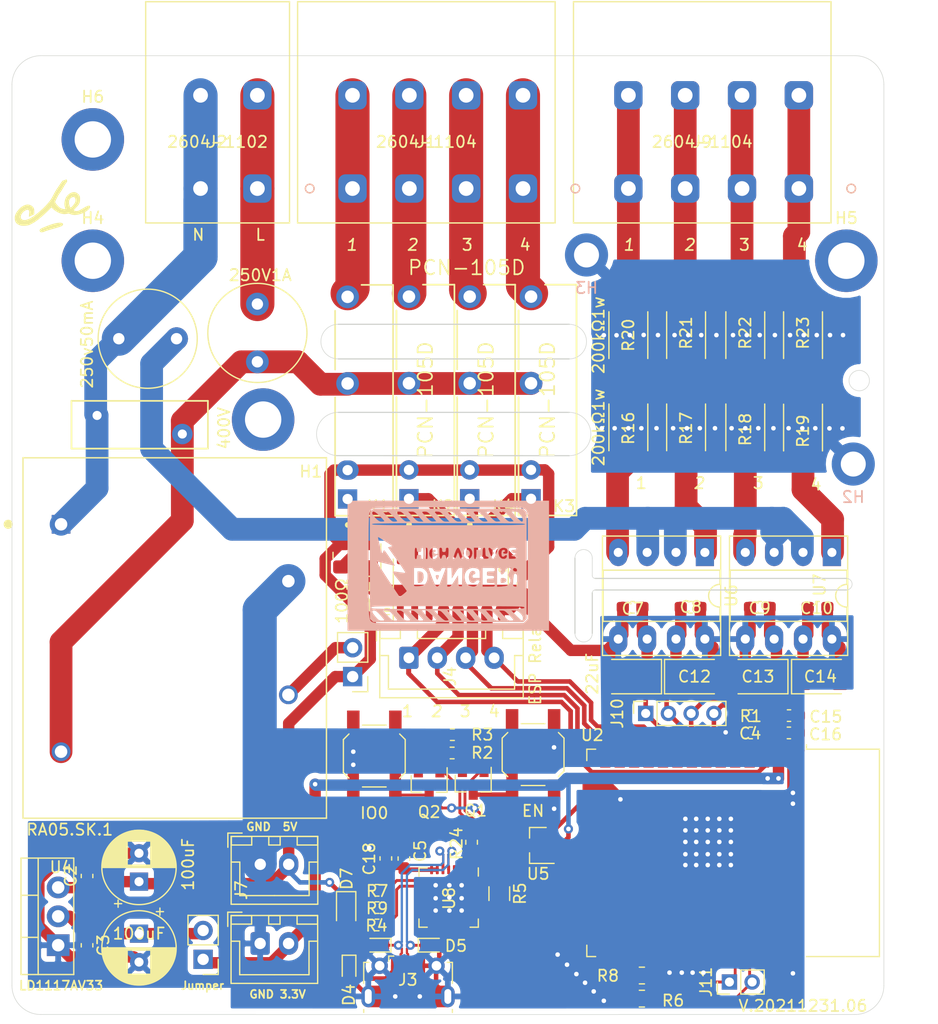
<source format=kicad_pcb>
(kicad_pcb (version 20171130) (host pcbnew "(5.1.12)-1")
  (layers (0 F.Cu signal) (31 B.Cu signal) (34 B.Paste user hide) (35 F.Paste user hide) (36 B.SilkS user hide) (37 F.SilkS user) (38 B.Mask user hide) (39 F.Mask user hide) (44 Edge.Cuts user))
  (net 0 "")
  (net 1 "220VAC(L)")
  (net 2 "220VAC(N)")
  (net 3 5V+)
  (net 4 3.3V+)
  (net 5 Sens4)
  (net 6 Sens3)
  (net 7 Sens2)
  (net 8 Sens1)
  (net 9 REO4)
  (net 10 REO3)
  (net 11 REO2)
  (net 12 REO1)
  (net 13 REI1)
  (net 14 REI2)
  (net 15 REI3)
  (net 16 REI4)
  (net 17 EspSens1)
  (net 18 EspSens2)
  (net 19 EspSens3)
  (net 20 EspSens4)
  (net 21 EspRel1)
  (net 22 EspRel2)
  (net 23 EspRel3)
  (net 24 EspRel4)
  (net 25 "Net-(100uF_2-Pad1)")
  (net 26 "Net-(R16-Pad2)")
  (net 27 L_IN)
  (net 28 N_IN)
  (net 29 "Net-(D2-Pad2)")
  (net 30 "Net-(J8-Pad2)")
  (net 31 "Net-(R16-Pad1)")
  (net 32 "Net-(R17-Pad2)")
  (net 33 "Net-(R17-Pad1)")
  (net 34 "Net-(R18-Pad2)")
  (net 35 "Net-(R18-Pad1)")
  (net 36 "Net-(R19-Pad2)")
  (net 37 "Net-(R19-Pad1)")
  (net 38 EN)
  (net 39 D+)
  (net 40 D-)
  (net 41 "Net-(Q1-Pad2)")
  (net 42 RTS)
  (net 43 IO0)
  (net 44 "Net-(Q2-Pad2)")
  (net 45 DTR)
  (net 46 "Net-(R8-Pad2)")
  (net 47 RXD0)
  (net 48 "Net-(R24-Pad2)")
  (net 49 TXD0)
  (net 50 "Net-(R4-Pad1)")
  (net 51 "Net-(R5-Pad2)")
  (net 52 "Net-(R6-Pad2)")
  (net 53 VBUS)
  (net 54 "Net-(R7-Pad2)")
  (net 55 TempIn)
  (net 56 GND)
  (net 57 HeatPad)
  (module Resistor_SMD:R_1206_3216Metric_Pad1.42x1.75mm_HandSolder (layer F.Cu) (at 168.0337 141.07 270)
    (fp_text reference R5 (at 0 -1.82 90) (layer F.SilkS))
    (fp_text value 1kΩ)
    (pad 2 smd roundrect (at 1.4875 0 270) (size 1.425 1.75) (layers F.Cu F.Paste F.Mask) (roundrect_rratio 0.1754385964912281) (net 51 "Net-(R5-Pad2)"))
    (pad 1 smd roundrect (at -1.4875 0 270) (size 1.425 1.75) (layers F.Cu F.Paste F.Mask) (roundrect_rratio 0.1754385964912281) (net 42 RTS))
  )
  (module MountingHole:MountingHole_2.2mm_M2_DIN965_Pad_TopOnly (layer B.Cu) (at 175.7045 84.8995)
    (fp_text reference H3 (at 0 2.9) (layer B.SilkS) (effects (justify mirror)))
    (fp_text value MountingHole_Pad)
    (pad 1 connect circle (at 0 0) (size 3.8 3.8) (layers B.Cu B.Mask) (net 57 HeatPad))
    (pad 1 thru_hole circle (at 0 0) (size 2.6 2.6) (drill 2.2) (layers *.Cu *.Mask) (net 57 HeatPad))
  )
  (module MountingHole:MountingHole_2.2mm_M2_DIN965_Pad_TopOnly (layer B.Cu) (at 199.1741 103.2891)
    (fp_text reference H2 (at 0 2.9) (layer B.SilkS) (effects (justify mirror)))
    (fp_text value MountingHole_Pad)
    (pad 1 connect circle (at 0 0) (size 3.8 3.8) (layers B.Cu B.Mask) (net 57 HeatPad))
    (pad 1 thru_hole circle (at 0 0) (size 2.6 2.6) (drill 2.2) (layers *.Cu *.Mask) (net 57 HeatPad))
  )
  (module Resistor_SMD:R_0603_1608Metric_Pad1.05x0.95mm_HandSolder (layer F.Cu) (at 163.9049 127.0889)
    (fp_text reference R3 (at 2.6302 0) (layer F.SilkS))
    (fp_text value 10kΩ)
    (pad 2 smd roundrect (at 0.875 0) (size 1.05 0.95) (layers F.Cu F.Paste F.Mask) (net 42 RTS))
    (pad 1 smd roundrect (at -0.875 0) (size 1.05 0.95) (layers F.Cu F.Paste F.Mask) (net 44 "Net-(Q2-Pad2)"))
  )
  (module Resistor_SMD:R_0603_1608Metric_Pad1.05x0.95mm_HandSolder (layer F.Cu) (at 163.8821 128.7005 180)
    (fp_text reference R2 (at -2.653 0.0114) (layer F.SilkS))
    (fp_text value 10kΩ)
    (pad 2 smd roundrect (at 0.875 0 180) (size 1.05 0.95) (layers F.Cu F.Paste F.Mask) (net 45 DTR))
    (pad 1 smd roundrect (at -0.875 0 180) (size 1.05 0.95) (layers F.Cu F.Paste F.Mask) (net 41 "Net-(Q1-Pad2)"))
  )
  (module Capacitor_SMD:C_0603_1608Metric_Pad1.08x0.95mm_HandSolder (layer F.Cu) (at 196.0335 115.8875)
    (fp_text reference C10 (at -0.0852 0.0762) (layer F.SilkS))
    (fp_text value 100nF)
    (pad 2 smd roundrect (at 0.8625 0) (size 1.075 0.95) (layers F.Cu F.Paste F.Mask) (net 56 GND))
    (pad 1 smd roundrect (at -0.8625 0) (size 1.075 0.95) (layers F.Cu F.Paste F.Mask) (net 20 EspSens4))
  )
  (module Capacitor_SMD:C_0603_1608Metric_Pad1.08x0.95mm_HandSolder (layer F.Cu) (at 190.9535 115.8875 180)
    (fp_text reference C9 (at 0.009 -0.0762) (layer F.SilkS))
    (fp_text value 100nF)
    (pad 2 smd roundrect (at 0.8625 0 180) (size 1.075 0.95) (layers F.Cu F.Paste F.Mask) (net 56 GND))
    (pad 1 smd roundrect (at -0.8625 0 180) (size 1.075 0.95) (layers F.Cu F.Paste F.Mask) (net 19 EspSens3))
  )
  (module Capacitor_SMD:C_0603_1608Metric_Pad1.08x0.95mm_HandSolder (layer F.Cu) (at 184.8575 115.8875)
    (fp_text reference C8 (at 0.0164 -0.0254) (layer F.SilkS))
    (fp_text value 100nF)
    (pad 2 smd roundrect (at 0.8625 0) (size 1.075 0.95) (layers F.Cu F.Paste F.Mask) (net 56 GND))
    (pad 1 smd roundrect (at -0.8625 0) (size 1.075 0.95) (layers F.Cu F.Paste F.Mask) (net 18 EspSens2))
  )
  (module Capacitor_SMD:C_0603_1608Metric_Pad1.08x0.95mm_HandSolder (layer F.Cu) (at 179.7595 115.8875 180)
    (fp_text reference C7 (at -0.009 -0.127) (layer F.SilkS))
    (fp_text value 100nF)
    (pad 2 smd roundrect (at 0.8625 0 180) (size 1.075 0.95) (layers F.Cu F.Paste F.Mask) (net 56 GND))
    (pad 1 smd roundrect (at -0.8625 0 180) (size 1.075 0.95) (layers F.Cu F.Paste F.Mask) (net 17 EspSens1))
  )
  (module Capacitor_SMD:C_0603_1608Metric_Pad1.08x0.95mm_HandSolder (layer F.Cu) (at 131.7625 145.6145 270)
    (fp_text reference C3 (at 0 -1.43 90) (layer F.SilkS))
    (fp_text value 100nF)
    (pad 2 smd roundrect (at 0.8625 0 270) (size 1.075 0.95) (layers F.Cu F.Paste F.Mask) (net 56 GND))
    (pad 1 smd roundrect (at -0.8625 0 270) (size 1.075 0.95) (layers F.Cu F.Paste F.Mask) (net 25 "Net-(100uF_2-Pad1)"))
  )
  (module Capacitor_SMD:C_0603_1608Metric_Pad1.08x0.95mm_HandSolder (layer F.Cu) (at 131.7625 139.5185 90)
    (fp_text reference C2 (at 0 -1.43 90) (layer F.SilkS))
    (fp_text value 100nF)
    (pad 2 smd roundrect (at 0.8625 0 90) (size 1.075 0.95) (layers F.Cu F.Paste F.Mask) (net 56 GND))
    (pad 1 smd roundrect (at -0.8625 0 90) (size 1.075 0.95) (layers F.Cu F.Paste F.Mask) (net 3 5V+))
  )
  (module Capacitor_SMD:C_0603_1608Metric_Pad1.08x0.95mm_HandSolder (layer F.Cu) (at 170.1165 113.8645 270)
    (fp_text reference C1 (at 0 -1.43 90) (layer F.SilkS))
    (fp_text value 100nF)
    (pad 2 smd roundrect (at 0.8625 0 270) (size 1.075 0.95) (layers F.Cu F.Paste F.Mask) (net 56 GND))
    (pad 1 smd roundrect (at -0.8625 0 270) (size 1.075 0.95) (layers F.Cu F.Paste F.Mask) (net 3 5V+))
  )
  (module Capacitor_SMD:C_0603_1608Metric_Pad1.08x0.95mm_HandSolder (layer F.Cu) (at 190.156 126.9365 180)
    (fp_text reference C4 (at 0.0497 -0.0508) (layer F.SilkS))
    (fp_text value 100nF)
    (pad 2 smd roundrect (at 0.8625 0 180) (size 1.075 0.95) (layers F.Cu F.Paste F.Mask) (net 56 GND))
    (pad 1 smd roundrect (at -0.8625 0 180) (size 1.075 0.95) (layers F.Cu F.Paste F.Mask) (net 38 EN))
  )
  (module Capacitor_SMD:C_0603_1608Metric_Pad1.08x0.95mm_HandSolder (layer F.Cu) (at 193.511 126.9365)
    (fp_text reference C16 (at 3.2247 0.127) (layer F.SilkS))
    (fp_text value 100nF)
    (pad 2 smd roundrect (at 0.8625 0) (size 1.075 0.95) (layers F.Cu F.Paste F.Mask) (net 56 GND))
    (pad 1 smd roundrect (at -0.8625 0) (size 1.075 0.95) (layers F.Cu F.Paste F.Mask) (net 4 3.3V+))
  )
  (module Capacitor_SMD:C_0603_1608Metric_Pad1.08x0.95mm_HandSolder (layer F.Cu) (at 158.0515 137.9739 90)
    (fp_text reference C18 (at -0.037 -1.4605 90) (layer F.SilkS))
    (fp_text value 100nF)
    (pad 2 smd roundrect (at 0.8625 0 90) (size 1.075 0.95) (layers F.Cu F.Paste F.Mask) (net 56 GND))
    (pad 1 smd roundrect (at -0.8625 0 90) (size 1.075 0.95) (layers F.Cu F.Paste F.Mask) (net 4 3.3V+))
  )
  (module Package_DFN_QFN:QFN-28-1EP_5x5mm_P0.5mm_EP3.35x3.35mm (layer F.Cu) (at 163.576 141.4145 270)
    (fp_text reference U8 (at 0.0762 -0.0381 90) (layer F.SilkS))
    (fp_text value CP2102N-A01-GQFN28)
    (pad 29 smd rect (at 0 0 270) (size 3.35 3.35) (layers F.Cu F.Mask) (net 56 GND))
    (pad 28 smd roundrect (at -1.5 -2.45 270) (size 0.25 0.8) (layers F.Cu F.Paste F.Mask) (net 48 "Net-(R24-Pad2)"))
    (pad 27 smd roundrect (at -1 -2.45 270) (size 0.25 0.8) (layers F.Cu F.Paste F.Mask))
    (pad 26 smd roundrect (at -0.5 -2.45 270) (size 0.25 0.8) (layers F.Cu F.Paste F.Mask) (net 46 "Net-(R8-Pad2)"))
    (pad 25 smd roundrect (at 0 -2.45 270) (size 0.25 0.8) (layers F.Cu F.Paste F.Mask) (net 52 "Net-(R6-Pad2)"))
    (pad 24 smd roundrect (at 0.5 -2.45 270) (size 0.25 0.8) (layers F.Cu F.Paste F.Mask) (net 51 "Net-(R5-Pad2)"))
    (pad 23 smd roundrect (at 1 -2.45 270) (size 0.25 0.8) (layers F.Cu F.Paste F.Mask))
    (pad 22 smd roundrect (at 1.5 -2.45 270) (size 0.25 0.8) (layers F.Cu F.Paste F.Mask))
    (pad 21 smd roundrect (at 2.45 -1.5 270) (size 0.8 0.25) (layers F.Cu F.Paste F.Mask))
    (pad 20 smd roundrect (at 2.45 -1 270) (size 0.8 0.25) (layers F.Cu F.Paste F.Mask))
    (pad 19 smd roundrect (at 2.45 -0.5 270) (size 0.8 0.25) (layers F.Cu F.Paste F.Mask))
    (pad 18 smd roundrect (at 2.45 0 270) (size 0.8 0.25) (layers F.Cu F.Paste F.Mask))
    (pad 17 smd roundrect (at 2.45 0.5 270) (size 0.8 0.25) (layers F.Cu F.Paste F.Mask))
    (pad 16 smd roundrect (at 2.45 1 270) (size 0.8 0.25) (layers F.Cu F.Paste F.Mask))
    (pad 15 smd roundrect (at 2.45 1.5 270) (size 0.8 0.25) (layers F.Cu F.Paste F.Mask))
    (pad 14 smd roundrect (at 1.5 2.45 270) (size 0.25 0.8) (layers F.Cu F.Paste F.Mask))
    (pad 13 smd roundrect (at 1 2.45 270) (size 0.25 0.8) (layers F.Cu F.Paste F.Mask))
    (pad 12 smd roundrect (at 0.5 2.45 270) (size 0.25 0.8) (layers F.Cu F.Paste F.Mask))
    (pad 11 smd roundrect (at 0 2.45 270) (size 0.25 0.8) (layers F.Cu F.Paste F.Mask))
    (pad 10 smd roundrect (at -0.5 2.45 270) (size 0.25 0.8) (layers F.Cu F.Paste F.Mask))
    (pad 9 smd roundrect (at -1 2.45 270) (size 0.25 0.8) (layers F.Cu F.Paste F.Mask) (net 50 "Net-(R4-Pad1)"))
    (pad 8 smd roundrect (at -1.5 2.45 270) (size 0.25 0.8) (layers F.Cu F.Paste F.Mask) (net 54 "Net-(R7-Pad2)"))
    (pad 7 smd roundrect (at -2.45 1.5 270) (size 0.8 0.25) (layers F.Cu F.Paste F.Mask) (net 4 3.3V+))
    (pad 6 smd roundrect (at -2.45 1 270) (size 0.8 0.25) (layers F.Cu F.Paste F.Mask) (net 4 3.3V+))
    (pad 5 smd roundrect (at -2.45 0.5 270) (size 0.8 0.25) (layers F.Cu F.Paste F.Mask) (net 40 D-))
    (pad 4 smd roundrect (at -2.45 0 270) (size 0.8 0.25) (layers F.Cu F.Paste F.Mask) (net 39 D+))
    (pad 3 smd roundrect (at -2.45 -0.5 270) (size 0.8 0.25) (layers F.Cu F.Paste F.Mask) (net 56 GND))
    (pad 2 smd roundrect (at -2.45 -1 270) (size 0.8 0.25) (layers F.Cu F.Paste F.Mask))
    (pad 1 smd roundrect (at -2.45 -1.5 270) (size 0.8 0.25) (layers F.Cu F.Paste F.Mask))
  )
  (module Resistor_SMD:R_0805_2012Metric_Pad1.20x1.40mm_HandSolder (layer F.Cu) (at 180.578 148.2725 180)
    (fp_text reference R8 (at 2.9939 -0.0254) (layer F.SilkS))
    (fp_text value 0Ω)
    (pad 2 smd roundrect (at 1 0 180) (size 1.2 1.4) (layers F.Cu F.Paste F.Mask) (roundrect_rratio 0.2083325) (net 46 "Net-(R8-Pad2)"))
    (pad 1 smd roundrect (at -1 0 180) (size 1.2 1.4) (layers F.Cu F.Paste F.Mask) (roundrect_rratio 0.2083325) (net 47 RXD0))
  )
  (module Resistor_SMD:R_0805_2012Metric_Pad1.20x1.40mm_HandSolder (layer F.Cu) (at 180.578 150.3045 180)
    (fp_text reference R6 (at -2.7465 -0.1778) (layer F.SilkS))
    (fp_text value 0Ω)
    (pad 2 smd roundrect (at 1 0 180) (size 1.2 1.4) (layers F.Cu F.Paste F.Mask) (roundrect_rratio 0.2083325) (net 52 "Net-(R6-Pad2)"))
    (pad 1 smd roundrect (at -1 0 180) (size 1.2 1.4) (layers F.Cu F.Paste F.Mask) (roundrect_rratio 0.2083325) (net 49 TXD0))
  )
  (module Resistor_SMD:R_2512_6332Metric_Pad1.52x3.35mm_HandSolder (layer F.Cu) (at 179.3875 100.061 270)
    (fp_text reference R16 (at 0.0785 0 90) (layer F.SilkS))
    (fp_text value 200kΩ1w (at 0 2.62 90) (layer F.SilkS))
    (pad 2 smd roundrect (at 2.9875 0 270) (size 1.525 3.35) (layers F.Cu F.Paste F.Mask) (roundrect_rratio 0.1639337704918033) (net 26 "Net-(R16-Pad2)"))
    (pad 1 smd roundrect (at -2.9875 0 270) (size 1.525 3.35) (layers F.Cu F.Paste F.Mask) (roundrect_rratio 0.1639337704918033) (net 31 "Net-(R16-Pad1)"))
  )
  (module Diode_SMD:D_SOD-323 (layer F.Cu) (at 154.559 142.3965 270)
    (fp_text reference D7 (at -2.633 -0.0381 90) (layer F.SilkS))
    (fp_text value BAT60A-7)
    (pad 2 smd rect (at 1.05 0 270) (size 0.6 0.45) (layers F.Cu F.Paste F.Mask) (net 53 VBUS))
    (pad 1 smd rect (at -1.05 0 270) (size 0.6 0.45) (layers F.Cu F.Paste F.Mask) (net 3 5V+))
  )
  (module Resistor_SMD:R_0603_1608Metric_Pad1.05x0.95mm_HandSolder (layer F.Cu) (at 165.5953 136.5517 270)
    (fp_text reference R24 (at 0.113 1.3208 270) (layer F.SilkS))
    (fp_text value 1kΩ)
    (pad 2 smd roundrect (at 0.875 0 270) (size 1.05 0.95) (layers F.Cu F.Paste F.Mask) (net 48 "Net-(R24-Pad2)"))
    (pad 1 smd roundrect (at -0.875 0 270) (size 1.05 0.95) (layers F.Cu F.Paste F.Mask) (net 45 DTR))
  )
  (module Resistor_SMD:R_0603_1608Metric_Pad1.05x0.95mm_HandSolder (layer F.Cu) (at 157.2755 142.3035 180)
    (fp_text reference R9 (at 0 -0.0635) (layer F.SilkS))
    (fp_text value 47.5kΩ)
    (pad 2 smd roundrect (at 0.875 0 180) (size 1.05 0.95) (layers F.Cu F.Paste F.Mask) (net 56 GND))
    (pad 1 smd roundrect (at -0.875 0 180) (size 1.05 0.95) (layers F.Cu F.Paste F.Mask) (net 54 "Net-(R7-Pad2)"))
  )
  (module Resistor_SMD:R_0603_1608Metric_Pad1.05x0.95mm_HandSolder (layer F.Cu) (at 157.2755 140.7795)
    (fp_text reference R7 (at 0.014 0.0635) (layer F.SilkS))
    (fp_text value 22.1kΩ)
    (pad 2 smd roundrect (at 0.875 0) (size 1.05 0.95) (layers F.Cu F.Paste F.Mask) (net 54 "Net-(R7-Pad2)"))
    (pad 1 smd roundrect (at -0.875 0) (size 1.05 0.95) (layers F.Cu F.Paste F.Mask) (net 53 VBUS))
  )
  (module Resistor_SMD:R_0603_1608Metric_Pad1.05x0.95mm_HandSolder (layer F.Cu) (at 157.2755 143.8275 180)
    (fp_text reference R4 (at 0.0495 -0.0635) (layer F.SilkS))
    (fp_text value 1kΩ)
    (pad 2 smd roundrect (at 0.875 0 180) (size 1.05 0.95) (layers F.Cu F.Paste F.Mask) (net 4 3.3V+))
    (pad 1 smd roundrect (at -0.875 0 180) (size 1.05 0.95) (layers F.Cu F.Paste F.Mask) (net 50 "Net-(R4-Pad1)"))
  )
  (module Package_TO_SOT_SMD:SOT-23 (layer F.Cu) (at 171.4533 136.8323 180)
    (fp_text reference U5 (at 0 -2.5) (layer F.SilkS))
    (fp_text value MCP9700T-ETT)
    (pad 3 smd rect (at 1 0 180) (size 0.9 0.8) (layers F.Cu F.Paste F.Mask) (net 56 GND))
    (pad 2 smd rect (at -1 0.95 180) (size 0.9 0.8) (layers F.Cu F.Paste F.Mask) (net 55 TempIn))
    (pad 1 smd rect (at -1 -0.95 180) (size 0.9 0.8) (layers F.Cu F.Paste F.Mask) (net 4 3.3V+))
  )
  (module Connector_PinHeader_2.00mm:PinHeader_1x02_P2.00mm_Vertical (layer F.Cu) (at 188.2775 148.844 90)
    (fp_text reference J11 (at 0 -2.06 90) (layer F.SilkS))
    (fp_text value Conn_01x02_Male)
    (pad 2 thru_hole oval (at 0 2 90) (size 1.35 1.35) (drill 0.8) (layers *.Cu *.Mask) (net 49 TXD0))
    (pad 1 thru_hole rect (at 0 0 90) (size 1.35 1.35) (drill 0.8) (layers *.Cu *.Mask) (net 47 RXD0))
  )
  (module Connector_PinSocket_2.00mm:PinSocket_1x04_P2.00mm_Vertical (layer F.Cu) (at 180.9115 125.222 90)
    (fp_text reference J10 (at 0 -2.5 90) (layer F.SilkS))
    (fp_text value EspSense)
    (pad 1 thru_hole rect (at 0 0 90) (size 1.35 1.35) (drill 0.8) (layers *.Cu *.Mask) (net 17 EspSens1))
    (pad 2 thru_hole oval (at 0 2 90) (size 1.35 1.35) (drill 0.8) (layers *.Cu *.Mask) (net 18 EspSens2))
    (pad 3 thru_hole oval (at 0 4 90) (size 1.35 1.35) (drill 0.8) (layers *.Cu *.Mask) (net 19 EspSens3))
    (pad 4 thru_hole oval (at 0 6 90) (size 1.35 1.35) (drill 0.8) (layers *.Cu *.Mask) (net 20 EspSens4))
  )
  (module Capacitor_SMD:C_0603_1608Metric_Pad1.08x0.95mm_HandSolder (layer F.Cu) (at 159.639 137.9844 90)
    (fp_text reference C5 (at 0.6593 1.4351 90) (layer F.SilkS))
    (fp_text value 4.7uF)
    (pad 2 smd roundrect (at 0.8625 0 90) (size 1.075 0.95) (layers F.Cu F.Paste F.Mask) (net 56 GND))
    (pad 1 smd roundrect (at -0.8625 0 90) (size 1.075 0.95) (layers F.Cu F.Paste F.Mask) (net 4 3.3V+))
  )
  (module Connector_USB:USB_Micro-B_Molex-105017-0001 (layer F.Cu) (at 160.005 148.8765)
    (fp_text reference J3 (at -0.016 -0.223) (layer F.SilkS))
    (fp_text value USB_B_Micro)
    (pad 6 smd rect (at 1 1.2375) (size 1.5 1.9) (layers F.Cu F.Paste F.Mask) (net 56 GND))
    (pad 6 thru_hole circle (at -2.5 -1.4625) (size 1.45 1.45) (drill 0.85) (layers *.Cu *.Mask) (net 56 GND))
    (pad 2 smd rect (at -0.65 -1.4625) (size 0.4 1.35) (layers F.Cu F.Paste F.Mask) (net 40 D-))
    (pad 1 smd rect (at -1.3 -1.4625) (size 0.4 1.35) (layers F.Cu F.Paste F.Mask) (net 53 VBUS))
    (pad 5 smd rect (at 1.3 -1.4625) (size 0.4 1.35) (layers F.Cu F.Paste F.Mask) (net 56 GND))
    (pad 4 smd rect (at 0.65 -1.4625) (size 0.4 1.35) (layers F.Cu F.Paste F.Mask))
    (pad 3 smd rect (at 0 -1.4625) (size 0.4 1.35) (layers F.Cu F.Paste F.Mask) (net 39 D+))
    (pad 6 thru_hole circle (at 2.5 -1.4625) (size 1.45 1.45) (drill 0.85) (layers *.Cu *.Mask) (net 56 GND))
    (pad 6 smd rect (at -1 1.2375) (size 1.5 1.9) (layers F.Cu F.Paste F.Mask) (net 56 GND))
    (pad 6 thru_hole oval (at -3.5 1.2375 180) (size 1.2 1.9) (drill oval 0.6 1.3) (layers *.Cu *.Mask) (net 56 GND))
    (pad 6 thru_hole oval (at 3.5 1.2375) (size 1.2 1.9) (drill oval 0.6 1.3) (layers *.Cu *.Mask) (net 56 GND))
    (pad 6 smd rect (at 2.9 1.2375) (size 1.2 1.9) (layers F.Cu F.Mask) (net 56 GND))
    (pad 6 smd rect (at -2.9 1.2375) (size 1.2 1.9) (layers F.Cu F.Mask) (net 56 GND))
  )
  (module RF_Module:ESP32-WROOM-32 (layer F.Cu) (at 185.6105 137.4865 270)
    (fp_text reference U2 (at -10.3595 9.398) (layer F.SilkS))
    (fp_text value ESP32-WROOM-32D)
    (pad 39 smd rect (at -1 -0.755 270) (size 5 5) (layers F.Cu F.Paste F.Mask) (net 56 GND))
    (pad 1 smd rect (at -8.5 -8.255 270) (size 2 0.9) (layers F.Cu F.Paste F.Mask) (net 56 GND))
    (pad 2 smd rect (at -8.5 -6.985 270) (size 2 0.9) (layers F.Cu F.Paste F.Mask) (net 4 3.3V+))
    (pad 3 smd rect (at -8.5 -5.715 270) (size 2 0.9) (layers F.Cu F.Paste F.Mask) (net 38 EN))
    (pad 4 smd rect (at -8.5 -4.445 270) (size 2 0.9) (layers F.Cu F.Paste F.Mask))
    (pad 5 smd rect (at -8.5 -3.175 270) (size 2 0.9) (layers F.Cu F.Paste F.Mask))
    (pad 6 smd rect (at -8.5 -1.905 270) (size 2 0.9) (layers F.Cu F.Paste F.Mask) (net 20 EspSens4))
    (pad 7 smd rect (at -8.5 -0.635 270) (size 2 0.9) (layers F.Cu F.Paste F.Mask) (net 19 EspSens3))
    (pad 8 smd rect (at -8.5 0.635 270) (size 2 0.9) (layers F.Cu F.Paste F.Mask) (net 18 EspSens2))
    (pad 9 smd rect (at -8.5 1.905 270) (size 2 0.9) (layers F.Cu F.Paste F.Mask) (net 17 EspSens1))
    (pad 10 smd rect (at -8.5 3.175 270) (size 2 0.9) (layers F.Cu F.Paste F.Mask) (net 21 EspRel1))
    (pad 11 smd rect (at -8.5 4.445 270) (size 2 0.9) (layers F.Cu F.Paste F.Mask) (net 22 EspRel2))
    (pad 12 smd rect (at -8.5 5.715 270) (size 2 0.9) (layers F.Cu F.Paste F.Mask) (net 23 EspRel3))
    (pad 13 smd rect (at -8.5 6.985 270) (size 2 0.9) (layers F.Cu F.Paste F.Mask))
    (pad 14 smd rect (at -8.5 8.255 270) (size 2 0.9) (layers F.Cu F.Paste F.Mask) (net 24 EspRel4))
    (pad 15 smd rect (at -5.715 9.255) (size 2 0.9) (layers F.Cu F.Paste F.Mask) (net 56 GND))
    (pad 16 smd rect (at -4.445 9.255) (size 2 0.9) (layers F.Cu F.Paste F.Mask) (net 55 TempIn))
    (pad 17 smd rect (at -3.175 9.255) (size 2 0.9) (layers F.Cu F.Paste F.Mask))
    (pad 18 smd rect (at -1.905 9.255) (size 2 0.9) (layers F.Cu F.Paste F.Mask))
    (pad 19 smd rect (at -0.635 9.255) (size 2 0.9) (layers F.Cu F.Paste F.Mask))
    (pad 20 smd rect (at 0.635 9.255) (size 2 0.9) (layers F.Cu F.Paste F.Mask))
    (pad 21 smd rect (at 1.905 9.255) (size 2 0.9) (layers F.Cu F.Paste F.Mask))
    (pad 22 smd rect (at 3.175 9.255) (size 2 0.9) (layers F.Cu F.Paste F.Mask))
    (pad 23 smd rect (at 4.445 9.255) (size 2 0.9) (layers F.Cu F.Paste F.Mask))
    (pad 24 smd rect (at 5.715 9.255) (size 2 0.9) (layers F.Cu F.Paste F.Mask))
    (pad 25 smd rect (at 8.5 8.255 270) (size 2 0.9) (layers F.Cu F.Paste F.Mask) (net 43 IO0))
    (pad 26 smd rect (at 8.5 6.985 270) (size 2 0.9) (layers F.Cu F.Paste F.Mask))
    (pad 27 smd rect (at 8.5 5.715 270) (size 2 0.9) (layers F.Cu F.Paste F.Mask))
    (pad 28 smd rect (at 8.5 4.445 270) (size 2 0.9) (layers F.Cu F.Paste F.Mask))
    (pad 29 smd rect (at 8.5 3.175 270) (size 2 0.9) (layers F.Cu F.Paste F.Mask))
    (pad 30 smd rect (at 8.5 1.905 270) (size 2 0.9) (layers F.Cu F.Paste F.Mask))
    (pad 31 smd rect (at 8.5 0.635 270) (size 2 0.9) (layers F.Cu F.Paste F.Mask))
    (pad 32 smd rect (at 8.5 -0.635 270) (size 2 0.9) (layers F.Cu F.Paste F.Mask))
    (pad 33 smd rect (at 8.5 -1.905 270) (size 2 0.9) (layers F.Cu F.Paste F.Mask))
    (pad 34 smd rect (at 8.5 -3.175 270) (size 2 0.9) (layers F.Cu F.Paste F.Mask) (net 47 RXD0))
    (pad 35 smd rect (at 8.5 -4.445 270) (size 2 0.9) (layers F.Cu F.Paste F.Mask) (net 49 TXD0))
    (pad 36 smd rect (at 8.5 -5.715 270) (size 2 0.9) (layers F.Cu F.Paste F.Mask))
    (pad 37 smd rect (at 8.5 -6.985 270) (size 2 0.9) (layers F.Cu F.Paste F.Mask))
    (pad 38 smd rect (at 8.5 -8.255 270) (size 2 0.9) (layers F.Cu F.Paste F.Mask) (net 56 GND))
  )
  (module Connector_JST:JST_XH_B4B-XH-A_1x04_P2.50mm_Vertical (layer F.Cu) (at 160.0765 120.3325)
    (fp_text reference J4 (at 3.6322 1.6256 270) (layer F.SilkS))
    (fp_text value "ESP Relays")
    (pad 4 thru_hole oval (at 7.5 0) (size 1.7 1.95) (drill 0.95) (layers *.Cu *.Mask) (net 21 EspRel1))
    (pad 3 thru_hole oval (at 5 0) (size 1.7 1.95) (drill 0.95) (layers *.Cu *.Mask) (net 22 EspRel2))
    (pad 2 thru_hole oval (at 2.5 0) (size 1.7 1.95) (drill 0.95) (layers *.Cu *.Mask) (net 23 EspRel3))
    (pad 1 thru_hole roundrect (at 0 0) (size 1.7 1.95) (drill 0.95) (layers *.Cu *.Mask) (roundrect_rratio 0.1470588235294118) (net 24 EspRel4))
  )
  (module Resistor_SMD:R_0603_1608Metric_Pad1.05x0.95mm_HandSolder (layer F.Cu) (at 190.1685 125.4125)
    (fp_text reference R1 (at -0.0114 0.0508) (layer F.SilkS))
    (fp_text value 10kΩ)
    (pad 2 smd roundrect (at 0.875 0) (size 1.05 0.95) (layers F.Cu F.Paste F.Mask) (net 4 3.3V+))
    (pad 1 smd roundrect (at -0.875 0) (size 1.05 0.95) (layers F.Cu F.Paste F.Mask) (net 38 EN))
  )
  (module Capacitor_SMD:C_0603_1608Metric_Pad1.08x0.95mm_HandSolder (layer F.Cu) (at 193.5215 125.4125)
    (fp_text reference C15 (at 3.2396 0.1016) (layer F.SilkS))
    (fp_text value 22uF)
    (pad 1 smd roundrect (at -0.8625 0) (size 1.075 0.95) (layers F.Cu F.Paste F.Mask) (net 4 3.3V+))
    (pad 2 smd roundrect (at 0.8625 0) (size 1.075 0.95) (layers F.Cu F.Paste F.Mask) (net 56 GND))
  )
  (module Capacitor_Tantalum_SMD:CP_EIA-3528-21_Kemet-B_Pad1.50x2.35mm_HandSolder (layer F.Cu) (at 196.3795 121.9835)
    (fp_text reference C14 (at -0.101 0) (layer F.SilkS))
    (fp_text value 22uF)
    (pad 2 smd roundrect (at 1.625 0) (size 1.5 2.35) (layers F.Cu F.Paste F.Mask) (roundrect_rratio 0.1666666666666667) (net 56 GND))
    (pad 1 smd roundrect (at -1.625 0) (size 1.5 2.35) (layers F.Cu F.Paste F.Mask) (roundrect_rratio 0.1666666666666667) (net 20 EspSens4))
  )
  (module Capacitor_Tantalum_SMD:CP_EIA-3528-21_Kemet-B_Pad1.50x2.35mm_HandSolder (layer F.Cu) (at 190.7915 121.9835 180)
    (fp_text reference C13 (at 0 0) (layer F.SilkS))
    (fp_text value 22uF)
    (pad 2 smd roundrect (at 1.625 0 180) (size 1.5 2.35) (layers F.Cu F.Paste F.Mask) (roundrect_rratio 0.1666666666666667) (net 56 GND))
    (pad 1 smd roundrect (at -1.625 0 180) (size 1.5 2.35) (layers F.Cu F.Paste F.Mask) (roundrect_rratio 0.1666666666666667) (net 19 EspSens3))
  )
  (module Capacitor_Tantalum_SMD:CP_EIA-3528-21_Kemet-B_Pad1.50x2.35mm_HandSolder (layer F.Cu) (at 185.2035 121.9835)
    (fp_text reference C12 (at 0 0) (layer F.SilkS))
    (fp_text value 22uF)
    (pad 2 smd roundrect (at 1.625 0) (size 1.5 2.35) (layers F.Cu F.Paste F.Mask) (roundrect_rratio 0.1666666666666667) (net 56 GND))
    (pad 1 smd roundrect (at -1.625 0) (size 1.5 2.35) (layers F.Cu F.Paste F.Mask) (roundrect_rratio 0.1666666666666667) (net 18 EspSens2))
  )
  (module Capacitor_Tantalum_SMD:CP_EIA-3528-21_Kemet-B_Pad1.50x2.35mm_HandSolder (layer F.Cu) (at 179.6675 121.9835 180)
    (fp_text reference C11)
    (fp_text value 22uF (at 3.455 0.254 90) (layer F.SilkS))
    (pad 2 smd roundrect (at 1.625 0 180) (size 1.5 2.35) (layers F.Cu F.Paste F.Mask) (roundrect_rratio 0.1666666666666667) (net 56 GND))
    (pad 1 smd roundrect (at -1.625 0 180) (size 1.5 2.35) (layers F.Cu F.Paste F.Mask) (roundrect_rratio 0.1666666666666667) (net 17 EspSens1))
  )
  (module Diode_SMD:D_SOD-523 (layer F.Cu) (at 157.3515 145.6055 180)
    (fp_text reference D6)
    (fp_text value D_TVS)
    (pad 1 smd rect (at -0.7 0) (size 0.6 0.7) (layers F.Cu F.Paste F.Mask) (net 40 D-))
    (pad 2 smd rect (at 0.7 0) (size 0.6 0.7) (layers F.Cu F.Paste F.Mask) (net 56 GND))
  )
  (module Diode_SMD:D_SOD-523 (layer F.Cu) (at 162.0535 145.6055)
    (fp_text reference D5 (at 2.159 0.0635) (layer F.SilkS))
    (fp_text value D_TVS)
    (pad 1 smd rect (at -0.7 0 180) (size 0.6 0.7) (layers F.Cu F.Paste F.Mask) (net 39 D+))
    (pad 2 smd rect (at 0.7 0 180) (size 0.6 0.7) (layers F.Cu F.Paste F.Mask) (net 56 GND))
  )
  (module Diode_SMD:D_SOD-523 (layer F.Cu) (at 154.813 147.6375 270)
    (fp_text reference D4 (at 2.3368 0.0127 90) (layer F.SilkS))
    (fp_text value D_TVS)
    (pad 1 smd rect (at -0.7 0 90) (size 0.6 0.7) (layers F.Cu F.Paste F.Mask) (net 53 VBUS))
    (pad 2 smd rect (at 0.7 0 90) (size 0.6 0.7) (layers F.Cu F.Paste F.Mask) (net 56 GND))
  )
  (module Package_TO_SOT_SMD:SOT-23 (layer F.Cu) (at 161.8615 131.3975 270)
    (fp_text reference Q2 (at 2.4986 0 180) (layer F.SilkS))
    (fp_text value SS8050)
    (pad 3 smd rect (at 1 0 270) (size 0.9 0.8) (layers F.Cu F.Paste F.Mask) (net 43 IO0))
    (pad 2 smd rect (at -1 0.95 270) (size 0.9 0.8) (layers F.Cu F.Paste F.Mask) (net 44 "Net-(Q2-Pad2)"))
    (pad 1 smd rect (at -1 -0.95 270) (size 0.9 0.8) (layers F.Cu F.Paste F.Mask) (net 45 DTR))
  )
  (module Package_TO_SOT_SMD:SOT-23 (layer F.Cu) (at 165.7375 131.3655 270)
    (fp_text reference Q1 (at 2.4036 -0.2134 180) (layer F.SilkS))
    (fp_text value SS8050)
    (pad 3 smd rect (at 1 0 270) (size 0.9 0.8) (layers F.Cu F.Paste F.Mask) (net 38 EN))
    (pad 2 smd rect (at -1 0.95 270) (size 0.9 0.8) (layers F.Cu F.Paste F.Mask) (net 41 "Net-(Q1-Pad2)"))
    (pad 1 smd rect (at -1 -0.95 270) (size 0.9 0.8) (layers F.Cu F.Paste F.Mask) (net 42 RTS))
  )
  (module Button_Switch_SMD:SW_SPST_SKQG_WithStem (layer F.Cu) (at 157.0355 128.9685 270)
    (fp_text reference SW2)
    (fp_text value IO0 (at 5.0165 0 180) (layer F.SilkS))
    (pad 2 smd rect (at 3.1 1.85 270) (size 1.8 1.1) (layers F.Cu F.Paste F.Mask) (net 56 GND))
    (pad 2 smd rect (at -3.1 1.85 270) (size 1.8 1.1) (layers F.Cu F.Paste F.Mask) (net 56 GND))
    (pad 1 smd rect (at 3.1 -1.85 270) (size 1.8 1.1) (layers F.Cu F.Paste F.Mask) (net 43 IO0))
    (pad 1 smd rect (at -3.1 -1.85 270) (size 1.8 1.1) (layers F.Cu F.Paste F.Mask) (net 43 IO0))
  )
  (module Button_Switch_SMD:SW_SPST_SKQG_WithStem (layer F.Cu) (at 171.0055 128.8415 90)
    (fp_text reference SW1)
    (fp_text value EN (at -4.953 0 180) (layer F.SilkS))
    (pad 2 smd rect (at 3.1 1.85 90) (size 1.8 1.1) (layers F.Cu F.Paste F.Mask) (net 56 GND))
    (pad 2 smd rect (at -3.1 1.85 90) (size 1.8 1.1) (layers F.Cu F.Paste F.Mask) (net 56 GND))
    (pad 1 smd rect (at 3.1 -1.85 90) (size 1.8 1.1) (layers F.Cu F.Paste F.Mask) (net 38 EN))
    (pad 1 smd rect (at -3.1 -1.85 90) (size 1.8 1.1) (layers F.Cu F.Paste F.Mask) (net 38 EN))
  )
  (module Package_DIP:DIP-8_W7.62mm_Socket_LongPads (layer F.Cu) (at 197.2945 111.0615 270)
    (fp_text reference U7 (at 2.8575 1.0795 90) (layer F.SilkS))
    (fp_text value LDA210-PDIP)
    (pad 8 thru_hole oval (at 7.62 0 270) (size 2.4 1.6) (drill 0.8) (layers *.Cu *.Mask) (net 56 GND))
    (pad 4 thru_hole oval (at 0 7.62 270) (size 2.4 1.6) (drill 0.8) (layers *.Cu *.Mask) (net 34 "Net-(R18-Pad2)"))
    (pad 7 thru_hole oval (at 7.62 2.54 270) (size 2.4 1.6) (drill 0.8) (layers *.Cu *.Mask) (net 20 EspSens4))
    (pad 3 thru_hole oval (at 0 5.08 270) (size 2.4 1.6) (drill 0.8) (layers *.Cu *.Mask) (net 2 "220VAC(N)"))
    (pad 6 thru_hole oval (at 7.62 5.08 270) (size 2.4 1.6) (drill 0.8) (layers *.Cu *.Mask) (net 19 EspSens3))
    (pad 2 thru_hole oval (at 0 2.54 270) (size 2.4 1.6) (drill 0.8) (layers *.Cu *.Mask) (net 2 "220VAC(N)"))
    (pad 5 thru_hole oval (at 7.62 7.62 270) (size 2.4 1.6) (drill 0.8) (layers *.Cu *.Mask) (net 56 GND))
    (pad 1 thru_hole rect (at 0 0 270) (size 2.4 1.6) (drill 0.8) (layers *.Cu *.Mask) (net 36 "Net-(R19-Pad2)"))
  )
  (module Package_DIP:DIP-8_W7.62mm_Socket_LongPads (layer F.Cu) (at 186.1185 111.0615 270)
    (fp_text reference U6 (at 3.81 -2.33 90) (layer F.SilkS))
    (fp_text value LDA210-PDIP)
    (pad 8 thru_hole oval (at 7.62 0 270) (size 2.4 1.6) (drill 0.8) (layers *.Cu *.Mask) (net 56 GND))
    (pad 4 thru_hole oval (at 0 7.62 270) (size 2.4 1.6) (drill 0.8) (layers *.Cu *.Mask) (net 26 "Net-(R16-Pad2)"))
    (pad 7 thru_hole oval (at 7.62 2.54 270) (size 2.4 1.6) (drill 0.8) (layers *.Cu *.Mask) (net 18 EspSens2))
    (pad 3 thru_hole oval (at 0 5.08 270) (size 2.4 1.6) (drill 0.8) (layers *.Cu *.Mask) (net 2 "220VAC(N)"))
    (pad 6 thru_hole oval (at 7.62 5.08 270) (size 2.4 1.6) (drill 0.8) (layers *.Cu *.Mask) (net 17 EspSens1))
    (pad 2 thru_hole oval (at 0 2.54 270) (size 2.4 1.6) (drill 0.8) (layers *.Cu *.Mask) (net 2 "220VAC(N)"))
    (pad 5 thru_hole oval (at 7.62 7.62 270) (size 2.4 1.6) (drill 0.8) (layers *.Cu *.Mask) (net 56 GND))
    (pad 1 thru_hole rect (at 0 0 270) (size 2.4 1.6) (drill 0.8) (layers *.Cu *.Mask) (net 32 "Net-(R17-Pad2)"))
  )
  (module Resistor_SMD:R_2512_6332Metric_Pad1.52x3.35mm_HandSolder (layer F.Cu) (at 194.7545 91.951 270)
    (fp_text reference R23 (at -0.1935 0 90) (layer F.SilkS))
    (fp_text value 200kΩ1w)
    (pad 2 smd roundrect (at 2.9875 0 270) (size 1.525 3.35) (layers F.Cu F.Paste F.Mask) (roundrect_rratio 0.1639337704918033) (net 37 "Net-(R19-Pad1)"))
    (pad 1 smd roundrect (at -2.9875 0 270) (size 1.525 3.35) (layers F.Cu F.Paste F.Mask) (roundrect_rratio 0.1639337704918033) (net 5 Sens4))
  )
  (module Resistor_SMD:R_2512_6332Metric_Pad1.52x3.35mm_HandSolder (layer F.Cu) (at 189.6745 91.951 270)
    (fp_text reference R22 (at -0.1935 0 90) (layer F.SilkS))
    (fp_text value 200kΩ1w)
    (pad 2 smd roundrect (at 2.9875 0 270) (size 1.525 3.35) (layers F.Cu F.Paste F.Mask) (roundrect_rratio 0.1639337704918033) (net 35 "Net-(R18-Pad1)"))
    (pad 1 smd roundrect (at -2.9875 0 270) (size 1.525 3.35) (layers F.Cu F.Paste F.Mask) (roundrect_rratio 0.1639337704918033) (net 6 Sens3))
  )
  (module Resistor_SMD:R_2512_6332Metric_Pad1.52x3.35mm_HandSolder (layer F.Cu) (at 194.7545 100.079 270)
    (fp_text reference R19 (at 0.3145 0 90) (layer F.SilkS))
    (fp_text value 200kΩ1w)
    (pad 2 smd roundrect (at 2.9875 0 270) (size 1.525 3.35) (layers F.Cu F.Paste F.Mask) (roundrect_rratio 0.1639337704918033) (net 36 "Net-(R19-Pad2)"))
    (pad 1 smd roundrect (at -2.9875 0 270) (size 1.525 3.35) (layers F.Cu F.Paste F.Mask) (roundrect_rratio 0.1639337704918033) (net 37 "Net-(R19-Pad1)"))
  )
  (module Resistor_SMD:R_2512_6332Metric_Pad1.52x3.35mm_HandSolder (layer F.Cu) (at 189.6745 100.0633 270)
    (fp_text reference R18 (at 0.1875 0 90) (layer F.SilkS))
    (fp_text value 200kΩ1w)
    (pad 2 smd roundrect (at 2.9875 0 270) (size 1.525 3.35) (layers F.Cu F.Paste F.Mask) (roundrect_rratio 0.1639337704918033) (net 34 "Net-(R18-Pad2)"))
    (pad 1 smd roundrect (at -2.9875 0 270) (size 1.525 3.35) (layers F.Cu F.Paste F.Mask) (roundrect_rratio 0.1639337704918033) (net 35 "Net-(R18-Pad1)"))
  )
  (module MountingHole:MountingHole_3.2mm_M3_ISO14580_Pad (layer F.Cu) (at 132.2705 74.7395)
    (fp_text reference H6 (at 0 -3.75) (layer F.SilkS))
    (fp_text value MountingHole_Pad)
    (pad 1 thru_hole circle (at 0 0) (size 5.5 5.5) (drill 3.2) (layers *.Cu *.Mask))
  )
  (module MountingHole:MountingHole_3.2mm_M3_ISO14580_Pad (layer F.Cu) (at 198.5645 85.4075)
    (fp_text reference H5 (at 0 -3.75) (layer F.SilkS))
    (fp_text value MountingHole_Pad)
    (pad 1 thru_hole circle (at 0 0) (size 5.5 5.5) (drill 3.2) (layers *.Cu *.Mask))
  )
  (module MountingHole:MountingHole_3.2mm_M3_ISO14580_Pad (layer F.Cu) (at 132.2705 85.4075)
    (fp_text reference H4 (at 0 -3.75) (layer F.SilkS))
    (fp_text value MountingHole_Pad)
    (pad 1 thru_hole circle (at 0 0) (size 5.5 5.5) (drill 3.2) (layers *.Cu *.Mask))
  )
  (module wago-2604-1104:big_pads_2604-1104 (layer F.Cu) (at 194.3875 79.0575 180)
    (fp_text reference J9 (at 8.499998 4.099999) (layer F.SilkS))
    (fp_text value 2604-1104 (at 8.499998 4.099999) (layer F.SilkS))
    (fp_text user * (at 0 0) (layer F.SilkS))
    (pad 1 thru_hole roundrect (at 0 0 180) (size 2.5 2.5) (drill 1.2954) (layers *.Cu *.Mask) (net 5 Sens4))
    (pad 3 thru_hole roundrect (at 5 0 180) (size 2.5 2.5) (drill 1.2954) (layers *.Cu *.Mask) (net 6 Sens3))
    (pad 5 thru_hole roundrect (at 10 0 180) (size 2.5 2.5) (drill 1.2954) (layers *.Cu *.Mask) (net 7 Sens2))
    (pad 7 thru_hole roundrect (at 15 0 180) (size 2.5 2.5) (drill 1.2954) (layers *.Cu *.Mask) (net 8 Sens1))
    (pad 2 thru_hole roundrect (at 0 8.199999 180) (size 2.5 2.5) (drill 1.2954) (layers *.Cu *.Mask) (net 5 Sens4))
    (pad 4 thru_hole roundrect (at 5 8.199999 180) (size 2.5 2.5) (drill 1.2954) (layers *.Cu *.Mask) (net 6 Sens3))
    (pad 6 thru_hole roundrect (at 10 8.199999 180) (size 2.5 2.5) (drill 1.2954) (layers *.Cu *.Mask) (net 7 Sens2))
    (pad 8 thru_hole roundrect (at 15 8.199999 180) (size 2.5 2.5) (drill 1.2954) (layers *.Cu *.Mask) (net 8 Sens1))
  )
  (module wago-2604-1102:big_pads_2604-1102 (layer F.Cu) (at 146.7485 79.0575 180)
    (fp_text reference J2 (at 3.499998 4.099999) (layer F.SilkS))
    (fp_text value 2604-1102 (at 3.499998 4.099999) (layer F.SilkS))
    (fp_text user * (at 0 0) (layer F.SilkS))
    (pad 1 thru_hole roundrect (at 0 0 180) (size 2.5 2.5) (drill 1.2954) (layers *.Cu *.Mask) (net 27 L_IN))
    (pad 3 thru_hole roundrect (at 5 0 180) (size 2.5 2.5) (drill 1.2954) (layers *.Cu *.Mask) (net 28 N_IN))
    (pad 2 thru_hole roundrect (at 0 8.199999 180) (size 2.5 2.5) (drill 1.2954) (layers *.Cu *.Mask) (net 27 L_IN))
    (pad 4 thru_hole roundrect (at 5 8.199999 180) (size 2.5 2.5) (drill 1.2954) (layers *.Cu *.Mask) (net 28 N_IN))
  )
  (module wago-2604-1104:big_pads_2604-1104 (layer F.Cu) (at 170.1165 79.0575 180)
    (fp_text reference J1 (at 8.499998 4.099999) (layer F.SilkS))
    (fp_text value 2604-1104 (at 8.499998 4.099999) (layer F.SilkS))
    (fp_text user * (at 0 0) (layer F.SilkS))
    (pad 1 thru_hole roundrect (at 0 0 180) (size 2.5 2.5) (drill 1.2954) (layers *.Cu *.Mask) (net 9 REO4))
    (pad 3 thru_hole roundrect (at 5 0 180) (size 2.5 2.5) (drill 1.2954) (layers *.Cu *.Mask) (net 10 REO3))
    (pad 5 thru_hole roundrect (at 10 0 180) (size 2.5 2.5) (drill 1.2954) (layers *.Cu *.Mask) (net 11 REO2))
    (pad 7 thru_hole roundrect (at 15 0 180) (size 2.5 2.5) (drill 1.2954) (layers *.Cu *.Mask) (net 12 REO1))
    (pad 2 thru_hole roundrect (at 0 8.199999 180) (size 2.5 2.5) (drill 1.2954) (layers *.Cu *.Mask) (net 9 REO4))
    (pad 4 thru_hole roundrect (at 5 8.199999 180) (size 2.5 2.5) (drill 1.2954) (layers *.Cu *.Mask) (net 10 REO3))
    (pad 6 thru_hole roundrect (at 10 8.199999 180) (size 2.5 2.5) (drill 1.2954) (layers *.Cu *.Mask) (net 11 REO2))
    (pad 8 thru_hole roundrect (at 15 8.199999 180) (size 2.5 2.5) (drill 1.2954) (layers *.Cu *.Mask) (net 12 REO1))
  )
  (module PCN:bigpads_TE_Connectivity-PCN-124D (layer F.Cu) (at 156.136 97.682499 90)
    (fp_text reference K1 (at -9.315001 2.2965) (layer F.SilkS) (effects (justify right)))
    (fp_text value PCN-105D (at 11.665399 9.0275 180) (layer F.SilkS) (effects (font (size 1.27 1.27))))
    (pad A1 thru_hole rect (at -8.680001 -1.45 90) (size 1.7 1.7) (drill 0.9) (layers *.Cu *.Mask) (net 13 REI1))
    (pad A2 thru_hole oval (at -6.140001 -1.45 90) (size 1.7 1.95) (drill 0.9) (layers *.Cu *.Mask) (net 3 5V+))
    (pad 14 thru_hole circle (at 1.479999 -1.45 90) (size 2 2) (drill 1.1) (layers *.Cu *.Mask) (net 1 "220VAC(L)"))
    (pad 11 thru_hole circle (at 9.099999 -1.45 90) (size 2 2) (drill 1.1) (layers *.Cu *.Mask) (net 12 REO1))
  )
  (module PCN:bigpads_TE_Connectivity-PCN-124D (layer F.Cu) (at 172.2755 97.663 90)
    (fp_text reference K3 (at -9.3345 0.381 180) (layer F.SilkS) (effects (justify left)))
    (fp_text value PCN-105D (at 0 0 90) (layer F.SilkS) (effects (font (size 1.27 1.27))))
    (pad A1 thru_hole rect (at -8.680001 -1.45 90) (size 1.7 1.7) (drill 0.9) (layers *.Cu *.Mask) (net 16 REI4))
    (pad A2 thru_hole circle (at -6.140001 -1.45 90) (size 1.7 1.7) (drill 0.9) (layers *.Cu *.Mask) (net 3 5V+))
    (pad 14 thru_hole circle (at 1.479999 -1.45 90) (size 2 2) (drill 1.1) (layers *.Cu *.Mask) (net 1 "220VAC(L)"))
    (pad 11 thru_hole circle (at 9.099999 -1.45 90) (size 2 2) (drill 1.1) (layers *.Cu *.Mask) (net 9 REO4))
  )
  (module PCN:bigpads_TE_Connectivity-PCN-124D (layer F.Cu) (at 166.878 97.663 90)
    (fp_text reference K4 (at -9.3345 0.4445 180) (layer F.SilkS) (effects (justify left)))
    (fp_text value PCN-105D (at 0 0 90) (layer F.SilkS) (effects (font (size 1.27 1.27))))
    (pad A1 thru_hole rect (at -8.680001 -1.45 90) (size 1.7 1.7) (drill 0.9) (layers *.Cu *.Mask) (net 15 REI3))
    (pad A2 thru_hole circle (at -6.140001 -1.45 90) (size 1.7 1.7) (drill 0.9) (layers *.Cu *.Mask) (net 3 5V+))
    (pad 14 thru_hole circle (at 1.479999 -1.45 90) (size 2 2) (drill 1.1) (layers *.Cu *.Mask) (net 1 "220VAC(L)"))
    (pad 11 thru_hole circle (at 9.099999 -1.45 90) (size 2 2) (drill 1.1) (layers *.Cu *.Mask) (net 10 REO3))
  )
  (module PCN:bigpads_TE_Connectivity-PCN-124D (layer F.Cu) (at 161.5335 97.663 90)
    (fp_text reference K2 (at -9.3345 0.455 180) (layer F.SilkS) (effects (justify left)))
    (fp_text value PCN-105D (at 0 0 90) (layer F.SilkS) (effects (font (size 1.27 1.27))))
    (pad A1 thru_hole rect (at -8.680001 -1.45 90) (size 1.7 1.7) (drill 0.9) (layers *.Cu *.Mask) (net 14 REI2))
    (pad A2 thru_hole circle (at -6.140001 -1.45 90) (size 1.7 1.7) (drill 0.9) (layers *.Cu *.Mask) (net 3 5V+))
    (pad 14 thru_hole circle (at 1.479999 -1.45 90) (size 2 2) (drill 1.1) (layers *.Cu *.Mask) (net 1 "220VAC(L)"))
    (pad 11 thru_hole circle (at 9.099999 -1.45 90) (size 2 2) (drill 1.1) (layers *.Cu *.Mask) (net 11 REO2))
  )
  (module Capacitor_THT:CP_Radial_D6.3mm_P2.50mm (layer F.Cu) (at 136.3345 144.5895 270)
    (fp_text reference 100uF_2 hide)
    (fp_text value 100uF hide)
    (fp_text user 100uF (at 0 0) (layer F.SilkS))
    (pad 2 thru_hole circle (at 2.5 0 270) (size 1.6 1.6) (drill 0.8) (layers *.Cu *.Mask) (net 56 GND))
    (pad 1 thru_hole rect (at 0 0 270) (size 1.6 1.6) (drill 0.8) (layers *.Cu *.Mask) (net 25 "Net-(100uF_2-Pad1)"))
  )
  (module Capacitor_THT:CP_Radial_D6.3mm_P2.50mm (layer F.Cu) (at 136.3345 140.0175 90)
    (fp_text reference 100uF_1 hide)
    (fp_text value 100uF hide)
    (fp_text user 100uF (at 1.524 4.318 270) (layer F.SilkS))
    (pad 2 thru_hole circle (at 2.5 0 90) (size 1.6 1.6) (drill 0.8) (layers *.Cu *.Mask) (net 56 GND))
    (pad 1 thru_hole rect (at 0 0 90) (size 1.6 1.6) (drill 0.8) (layers *.Cu *.Mask) (net 3 5V+))
  )
  (module Package_TO_SOT_THT:TO-220-3_Vertical (layer F.Cu) (at 129.2225 145.6055 90)
    (fp_text reference U4 (at 6.858 0.254 180) (layer F.SilkS))
    (fp_text value LD1117AV33_TO220)
    (pad 3 thru_hole oval (at 5.08 0 90) (size 1.905 2) (drill 1.1) (layers *.Cu *.Mask) (net 3 5V+))
    (pad 2 thru_hole oval (at 2.54 0 90) (size 1.905 2) (drill 1.1) (layers *.Cu *.Mask) (net 25 "Net-(100uF_2-Pad1)"))
    (pad 1 thru_hole rect (at 0 0 90) (size 1.905 2) (drill 1.1) (layers *.Cu *.Mask) (net 56 GND))
  )
  (module LED_SMD:LED_0805_2012Metric_Pad1.15x1.40mm_HandSolder (layer F.Cu) (at 156.6545 111.3065 90)
    (fp_text reference D2 hide)
    (fp_text value LED hide)
    (pad 2 smd roundrect (at 1.025 0 90) (size 1.15 1.4) (layers F.Cu F.Paste F.Mask) (roundrect_rratio 0.2173904347826087) (net 29 "Net-(D2-Pad2)"))
    (pad 1 smd roundrect (at -1.025 0 90) (size 1.15 1.4) (layers F.Cu F.Paste F.Mask) (roundrect_rratio 0.2173904347826087) (net 56 GND))
  )
  (module Resistor_SMD:R_0805_2012Metric_Pad1.15x1.40mm_HandSolder (layer F.Cu) (at 154.1145 111.3155 90)
    (fp_text reference R11 hide)
    (fp_text value 100Ω (at -4.0132 0.0762 90) (layer F.SilkS))
    (pad 2 smd roundrect (at 1.025 0 90) (size 1.15 1.4) (layers F.Cu F.Paste F.Mask) (roundrect_rratio 0.2173904347826087) (net 3 5V+))
    (pad 1 smd roundrect (at -1.025 0 90) (size 1.15 1.4) (layers F.Cu F.Paste F.Mask) (roundrect_rratio 0.2173904347826087) (net 29 "Net-(D2-Pad2)"))
  )
  (module icons:led_6000dpi (layer F.Cu) (at 156.7815 114.935 270)
    (fp_text reference G*** hide)
    (fp_text value LOGO hide)
  )
  (module icons:che (layer F.Cu) (at 128.7145 80.5815)
    (fp_text reference G*** hide)
    (fp_text value LOGO hide)
  )
  (module rac05-05sk:277 (layer F.Cu) (at 139.4765 118.5875)
    (fp_text reference RA05.SK.1 (at -9.238 16.858 180) (layer F.SilkS))
    (fp_text value RAC05.05SK.277)
    (pad 9 thru_hole circle (at 10 -5) (size 1.65 1.65) (drill 1.1) (layers *.Cu *.Mask) (net 56 GND))
    (pad 7 thru_hole circle (at 10 5) (size 1.65 1.65) (drill 1.1) (layers *.Cu *.Mask) (net 30 "Net-(J8-Pad2)"))
    (pad 5 thru_hole circle (at -10 10) (size 1.65 1.65) (drill 1.1) (layers *.Cu *.Mask) (net 1 "220VAC(L)"))
    (pad 1 thru_hole rect (at -10 -10) (size 1.65 1.65) (drill 1.1) (layers *.Cu *.Mask) (net 28 N_IN))
  )
  (module Package_SO:SOIC-16_3.9x9.9mm_P1.27mm (layer F.Cu) (at 163.7665 113.6015 90)
    (fp_text reference U1 hide)
    (fp_text value ULN2003A (at 4.2164 -0.1016) (layer F.SilkS))
    (fp_text user 8 (at -0.762 4.572 90) (layer F.SilkS) (effects (font (size 0.6 0.6) (thickness 0.1))))
    (fp_text user 9 (at 1.016 4.572 90) (layer F.SilkS) (effects (font (size 0.6 0.6) (thickness 0.1))))
    (fp_text user pin1 (at -2.6416 -5.6896 90) (layer F.SilkS) (effects (font (size 0.6 0.6) (thickness 0.1))))
    (pad 16 smd roundrect (at 2.475 -4.445 90) (size 1.95 0.6) (layers F.Cu F.Paste F.Mask))
    (pad 15 smd roundrect (at 2.475 -3.175 90) (size 1.95 0.6) (layers F.Cu F.Paste F.Mask))
    (pad 14 smd roundrect (at 2.475 -1.905 90) (size 1.95 0.6) (layers F.Cu F.Paste F.Mask))
    (pad 13 smd roundrect (at 2.475 -0.635 90) (size 1.95 0.6) (layers F.Cu F.Paste F.Mask) (net 13 REI1))
    (pad 12 smd roundrect (at 2.475 0.635 90) (size 1.95 0.6) (layers F.Cu F.Paste F.Mask) (net 14 REI2))
    (pad 11 smd roundrect (at 2.475 1.905 90) (size 1.95 0.6) (layers F.Cu F.Paste F.Mask) (net 15 REI3))
    (pad 10 smd roundrect (at 2.475 3.175 90) (size 1.95 0.6) (layers F.Cu F.Paste F.Mask) (net 16 REI4))
    (pad 9 smd roundrect (at 2.475 4.445 90) (size 1.95 0.6) (layers F.Cu F.Paste F.Mask) (net 3 5V+))
    (pad 8 smd roundrect (at -2.475 4.445 90) (size 1.95 0.6) (layers F.Cu F.Paste F.Mask) (net 56 GND))
    (pad 7 smd roundrect (at -2.475 3.175 90) (size 1.95 0.6) (layers F.Cu F.Paste F.Mask) (net 21 EspRel1))
    (pad 6 smd roundrect (at -2.475 1.905 90) (size 1.95 0.6) (layers F.Cu F.Paste F.Mask) (net 22 EspRel2))
    (pad 5 smd roundrect (at -2.475 0.635 90) (size 1.95 0.6) (layers F.Cu F.Paste F.Mask) (net 23 EspRel3))
    (pad 4 smd roundrect (at -2.475 -0.635 90) (size 1.95 0.6) (layers F.Cu F.Paste F.Mask) (net 24 EspRel4))
    (pad 3 smd roundrect (at -2.475 -1.905 90) (size 1.95 0.6) (layers F.Cu F.Paste F.Mask))
    (pad 2 smd roundrect (at -2.475 -3.175 90) (size 1.95 0.6) (layers F.Cu F.Paste F.Mask))
    (pad 1 smd roundrect (at -2.475 -4.445 90) (size 1.95 0.6) (layers F.Cu F.Paste F.Mask))
  )
  (module Fuse:Fuse_Littelfuse_372_D8.50mm (layer F.Cu) (at 134.5565 92.2655)
    (fp_text reference F2 hide)
    (fp_text value 250v50mA (at -2.794 0.508 270) (layer F.SilkS))
    (pad 2 thru_hole circle (at 5.08 0) (size 2 2) (drill 1) (layers *.Cu *.Mask) (net 2 "220VAC(N)"))
    (pad 1 thru_hole circle (at 0 0) (size 2 2) (drill 1) (layers *.Cu *.Mask) (net 28 N_IN))
  )
  (module Resistor_SMD:R_2512_6332Metric_Pad1.52x3.35mm_HandSolder (layer F.Cu) (at 184.4675 91.951 270)
    (fp_text reference R21 (at -0.1935 0 90) (layer F.SilkS))
    (fp_text value 200kΩ1w)
    (pad 2 smd roundrect (at 2.9875 0 270) (size 1.525 3.35) (layers F.Cu F.Paste F.Mask) (roundrect_rratio 0.1639337704918033) (net 33 "Net-(R17-Pad1)"))
    (pad 1 smd roundrect (at -2.9875 0 270) (size 1.525 3.35) (layers F.Cu F.Paste F.Mask) (roundrect_rratio 0.1639337704918033) (net 7 Sens2))
  )
  (module Resistor_SMD:R_2512_6332Metric_Pad1.52x3.35mm_HandSolder (layer F.Cu) (at 179.3875 91.951 270)
    (fp_text reference R20 (at 0 0 90) (layer F.SilkS))
    (fp_text value 200kΩ1w (at 0 2.62 90) (layer F.SilkS))
    (pad 2 smd roundrect (at 2.9875 0 270) (size 1.525 3.35) (layers F.Cu F.Paste F.Mask) (roundrect_rratio 0.1639337704918033) (net 31 "Net-(R16-Pad1)"))
    (pad 1 smd roundrect (at -2.9875 0 270) (size 1.525 3.35) (layers F.Cu F.Paste F.Mask) (roundrect_rratio 0.1639337704918033) (net 8 Sens1))
  )
  (module Connector_PinHeader_2.54mm:PinHeader_1x02_P2.54mm_Vertical (layer F.Cu) (at 141.9733 146.8501 180)
    (fp_text reference J5 hide)
    (fp_text value "Current Jumper" hide)
    (fp_text user Jumper (at 0.0508 -2.3114) (layer F.SilkS) (effects (font (size 0.7 0.7))))
    (pad 2 thru_hole oval (at 0 2.54 180) (size 1.7 1.7) (drill 1) (layers *.Cu *.Mask) (net 25 "Net-(100uF_2-Pad1)"))
    (pad 1 thru_hole rect (at 0 0 180) (size 1.7 1.7) (drill 1) (layers *.Cu *.Mask) (net 4 3.3V+))
  )
  (module Connector_JST:JST_XH_B2B-XH-A_1x02_P2.50mm_Vertical (layer F.Cu) (at 146.9917 145.4531)
    (fp_text reference J6 hide)
    (fp_text value "GND 3.3V" (at 1.5348 4.4704) (layer F.SilkS) (effects (font (size 0.7 0.7))))
    (pad 2 thru_hole oval (at 2.5 0) (size 1.7 2) (drill 1) (layers *.Cu *.Mask) (net 4 3.3V+))
    (pad 1 thru_hole roundrect (at 0 0) (size 1.7 2) (drill 1) (layers *.Cu *.Mask) (roundrect_rratio 0.1470588235294118) (net 56 GND))
  )
  (module Resistor_SMD:R_2512_6332Metric_Pad1.52x3.35mm_HandSolder (layer F.Cu) (at 184.4675 100.061 270)
    (fp_text reference R17 (at 0.0785 0 90) (layer F.SilkS))
    (fp_text value 200kΩ1w)
    (pad 2 smd roundrect (at 2.9875 0 270) (size 1.525 3.35) (layers F.Cu F.Paste F.Mask) (roundrect_rratio 0.1639337704918033) (net 32 "Net-(R17-Pad2)"))
    (pad 1 smd roundrect (at -2.9875 0 270) (size 1.525 3.35) (layers F.Cu F.Paste F.Mask) (roundrect_rratio 0.1639337704918033) (net 33 "Net-(R17-Pad1)"))
  )
  (module Connector_PinHeader_2.54mm:PinHeader_1x02_P2.54mm_Vertical (layer F.Cu) (at 155.1305 121.9835 180)
    (fp_text reference J8 hide)
    (fp_text value "Current Jumper" hide)
    (pad 2 thru_hole oval (at 0 2.54 180) (size 1.7 1.7) (drill 1) (layers *.Cu *.Mask) (net 30 "Net-(J8-Pad2)"))
    (pad 1 thru_hole rect (at 0 0 180) (size 1.7 1.7) (drill 1) (layers *.Cu *.Mask) (net 3 5V+))
  )
  (module icons:danger1_negative (layer B.Cu) (at 163.5125 112.2299)
    (fp_text reference G*** hide)
    (fp_text value LOGO hide)
  )
  (module Varistor:RV_Disc_D12mm_W4.2mm_P7.5mm (layer F.Cu) (at 132.6445 99.01417)
    (fp_text reference RV1 hide)
    (fp_text value 400V (at 11.176 1.12533 90) (layer F.SilkS))
    (pad 2 thru_hole circle (at 7.5 1.63333) (size 1.8 1.8) (drill 0.8) (layers *.Cu *.Mask) (net 1 "220VAC(L)"))
    (pad 1 thru_hole circle (at 0 0) (size 1.8 1.8) (drill 0.8) (layers *.Cu *.Mask) (net 28 N_IN))
  )
  (module Connector_JST:JST_XH_B2B-XH-A_1x02_P2.50mm_Vertical (layer F.Cu) (at 147.0025 138.4935)
    (fp_text reference J7 (at -1.67322 2.2733 270) (layer F.SilkS))
    (fp_text value Conn_01x02)
    (pad 2 thru_hole oval (at 2.5 0) (size 1.7 2) (drill 1) (layers *.Cu *.Mask) (net 3 5V+))
    (pad 1 thru_hole roundrect (at 0 0) (size 1.7 2) (drill 1) (layers *.Cu *.Mask) (roundrect_rratio 0.1470588235294118) (net 56 GND))
  )
  (module MountingHole:MountingHole_3.2mm_M3_ISO14580_Pad (layer F.Cu) (at 147.2565 99.3775)
    (fp_text reference H1 (at 4.191 4.572) (layer F.SilkS))
    (fp_text value MountingHole_Pad)
    (pad 1 thru_hole circle (at 0 0) (size 5.5 5.5) (drill 3.2) (layers *.Cu *.Mask))
  )
  (module Fuse:Fuse_Littelfuse_372_D8.50mm (layer F.Cu) (at 146.7485 89.2175 270)
    (fp_text reference F1)
    (fp_text value 250V1A (at -2.54 -0.254 180) (layer F.SilkS))
    (pad 2 thru_hole circle (at 5.08 0 270) (size 2 2) (drill 1) (layers *.Cu *.Mask) (net 1 "220VAC(L)"))
    (pad 1 thru_hole circle (at 0 0 270) (size 2 2) (drill 1) (layers *.Cu *.Mask) (net 27 L_IN))
  )
  (gr_arc (start 199.3265 69.9135) (end 201.8665 69.9135) (angle -90) (layer Edge.Cuts) (width 0.05))
  (gr_arc (start 127.6985 69.9135) (end 127.6985 67.3735) (angle -90) (layer Edge.Cuts) (width 0.05))
  (gr_line (start 199.3265 151.7015) (end 161.8365 151.7035) (layer Edge.Cuts) (width 0.05))
  (gr_line (start 176.2125 113.0935) (end 176.2125 111.5695) (layer Edge.Cuts) (width 0.05))
  (gr_arc (start 176.4665 114.6175) (end 176.4665 114.3635) (angle -90) (layer Edge.Cuts) (width 0.05))
  (gr_arc (start 198.5645 113.8555) (end 198.5645 114.3635) (angle -180) (layer Edge.Cuts) (width 0.05))
  (gr_arc (start 176.4665 113.0935) (end 176.2125 113.0935) (angle -90) (layer Edge.Cuts) (width 0.05))
  (gr_arc (start 153.8605 92.5195) (end 153.8605 90.9955) (angle -180) (layer Edge.Cuts) (width 0.05))
  (gr_arc (start 174.1805 92.5195) (end 174.1805 94.0435) (angle -180) (layer Edge.Cuts) (width 0.05))
  (gr_text 3 (at 165.0365 125.0315) (layer F.SilkS) (effects (font (size 1 1))))
  (gr_text 2 (at 162.4965 125.0315) (layer F.SilkS) (effects (font (size 1 1) (thickness 0.15) italic)))
  (gr_text 1 (at 155.0595 84.0105) (layer F.SilkS) (effects (font (size 1 1) (thickness 0.15) italic)))
  (gr_text 2 (at 160.3935 84.0105) (layer F.SilkS) (effects (font (size 1 1) (thickness 0.15) italic)))
  (gr_text 4 (at 170.2995 84.0105) (layer F.SilkS) (effects (font (size 1 1))))
  (gr_text 3 (at 165.2195 84.0105) (layer F.SilkS) (effects (font (size 1 1))))
  (gr_text 1 (at 180.5305 104.9655) (layer F.SilkS) (effects (font (size 1 1))))
  (gr_text 3 (at 190.8175 104.9655) (layer F.SilkS) (effects (font (size 1 1))))
  (gr_text 1 (at 159.9565 125.0315) (layer F.SilkS) (effects (font (size 1 1))))
  (gr_line (start 174.1805 94.0435) (end 153.8605 94.0435) (layer Edge.Cuts) (width 0.1))
  (gr_line (start 153.8605 90.9955) (end 174.1805 90.9955) (layer Edge.Cuts) (width 0.1))
  (gr_arc (start 175.4505 118.1735) (end 174.6885 118.1735) (angle -180) (layer Edge.Cuts) (width 0.05))
  (gr_arc (start 175.4505 111.5695) (end 176.2125 111.5695) (angle -180) (layer Edge.Cuts) (width 0.05))
  (gr_line (start 176.2125 114.6175) (end 176.2125 118.1735) (layer Edge.Cuts) (width 0.1))
  (gr_line (start 174.6885 118.1735) (end 174.6885 111.5695) (layer Edge.Cuts) (width 0.1))
  (gr_line (start 176.4665 113.3475) (end 198.5645 113.3475) (layer Edge.Cuts) (width 0.1))
  (gr_line (start 198.5645 114.3635) (end 176.4665 114.3635) (layer Edge.Cuts) (width 0.1))
  (gr_text 4 (at 167.5765 125.0315) (layer F.SilkS) (effects (font (size 1 1))))
  (gr_arc (start 174.1805 100.6475) (end 174.1805 102.5525) (angle -180) (layer Edge.Cuts) (width 0.05))
  (gr_text 2 (at 185.6105 104.9655) (layer F.SilkS) (effects (font (size 1 1) (thickness 0.15) italic)))
  (gr_text 4 (at 195.8975 105.0925) (layer F.SilkS) (effects (font (size 1 1))))
  (gr_arc (start 199.3265 149.1615) (end 199.3265 151.7015) (angle -90) (layer Edge.Cuts) (width 0.05))
  (gr_arc (start 127.6985 149.1615) (end 125.1585 149.1615) (angle -90) (layer Edge.Cuts) (width 0.05))
  (gr_circle (center 199.698475 95.9485) (end 200.333475 95.3135) (layer Edge.Cuts) (width 0.05))
  (gr_arc (start 153.8605 100.6475) (end 153.8605 98.7425) (angle -175.6167246) (layer Edge.Cuts) (width 0.05))
  (gr_text "ESP Relay" (at 171.196 120.65 90) (layer F.SilkS) (effects (font (size 1 1))))
  (gr_text LD1117AV33 (at 129.4765 149.1615) (layer F.SilkS) (effects (font (size 0.8 0.8))))
  (gr_text L (at 146.4945 83.1215) (layer F.SilkS) (effects (font (size 1 1)) (justify left)))
  (gr_text N (at 142.1765 83.1215) (layer F.SilkS) (effects (font (size 1 1)) (justify right)))
  (gr_text "GND  5V" (at 148.0185 135.1915) (layer F.SilkS) (effects (font (size 0.7 0.7))))
  (gr_text 4 (at 194.6835 84.0105) (layer F.SilkS) (effects (font (size 1 1))))
  (gr_text 3 (at 189.6035 84.0105) (layer F.SilkS) (effects (font (size 1 1))))
  (gr_text 2 (at 184.7775 84.0105) (layer F.SilkS) (effects (font (size 1 1) (thickness 0.15) italic)))
  (gr_text 1 (at 179.4435 84.0105) (layer F.SilkS) (effects (font (size 1 1) (thickness 0.15) italic)))
  (gr_text V.20211231.06 (at 194.7545 150.9395) (layer F.SilkS) (effects (font (size 1 1))))
  (gr_line (start 153.8605 98.7425) (end 174.1805 98.7425) (layer Edge.Cuts) (width 0.1))
  (gr_line (start 174.1805 102.5525) (end 153.714905 102.546928) (layer Edge.Cuts) (width 0.1))
  (gr_line (start 125.1585 149.1615) (end 125.1585 69.9135) (layer Edge.Cuts) (width 0.05))
  (gr_line (start 199.3265 67.3735) (end 127.6985 67.3735) (layer Edge.Cuts) (width 0.05))
  (gr_line (start 161.8365 151.7035) (end 127.6985 151.7015) (layer Edge.Cuts) (width 0.05))
  (gr_line (start 201.8665 149.1615) (end 201.8665 69.9135) (layer Edge.Cuts) (width 0.05))
  (segment (start 152.28986 96.269203) (end 154.685982 96.269203) (width 2) (layer F.Cu) (net 1))
  (segment (start 146.7485 94.2975) (end 150.318157 94.2975) (width 2) (layer F.Cu) (net 1))
  (segment (start 150.318157 94.2975) (end 152.28986 96.269203) (width 2) (layer F.Cu) (net 1))
  (segment (start 170.806001 96.2025) (end 170.8255 96.183001) (width 2) (layer F.Cu) (net 1))
  (segment (start 154.686 96.2025) (end 170.806001 96.2025) (width 2) (layer F.Cu) (net 1))
  (segment (start 140.1445 99.487287) (end 140.1445 100.6475) (width 2) (layer F.Cu) (net 1))
  (segment (start 145.334287 94.2975) (end 140.1445 99.487287) (width 2) (layer F.Cu) (net 1))
  (segment (start 146.7485 94.2975) (end 145.334287 94.2975) (width 2) (layer F.Cu) (net 1))
  (segment (start 140.1445 100.6475) (end 140.1445 108.2675) (width 2) (layer F.Cu) (net 1))
  (segment (start 140.1445 108.2675) (end 129.4765 118.9355) (width 2) (layer F.Cu) (net 1))
  (segment (start 129.4765 128.5875) (end 129.4765 118.9355) (width 2) (layer F.Cu) (net 1))
  (segment (start 194.694499 109.731499) (end 194.694499 111.0615) (width 2) (layer B.Cu) (net 2))
  (segment (start 174.620225 109.0295) (end 175.588235 108.06149) (width 2) (layer B.Cu) (net 2))
  (segment (start 175.588235 108.06149) (end 181.08649 108.06149) (width 2) (layer B.Cu) (net 2))
  (segment (start 139.6365 92.2655) (end 137.444499 94.457501) (width 2) (layer B.Cu) (net 2))
  (segment (start 137.444499 94.457501) (end 137.444499 101.943501) (width 2) (layer B.Cu) (net 2))
  (segment (start 137.444499 101.943501) (end 144.530498 109.0295) (width 2) (layer B.Cu) (net 2))
  (segment (start 144.530498 109.0295) (end 174.620225 109.0295) (width 2) (layer B.Cu) (net 2))
  (segment (start 192.00849 108.06149) (end 193.02449 108.06149) (width 2) (layer B.Cu) (net 2))
  (segment (start 183.518499 108.421499) (end 183.518499 111.0615) (width 2) (layer B.Cu) (net 2))
  (segment (start 183.53051 108.409488) (end 183.518499 108.421499) (width 2) (layer B.Cu) (net 2))
  (segment (start 183.53051 108.06149) (end 183.53051 108.409488) (width 2) (layer B.Cu) (net 2))
  (segment (start 183.53051 108.06149) (end 192.00849 108.06149) (width 2) (layer B.Cu) (net 2))
  (segment (start 181.08649 109.572521) (end 181.09851 109.584541) (width 2) (layer B.Cu) (net 2))
  (segment (start 181.08649 108.06149) (end 181.08649 109.572521) (width 2) (layer B.Cu) (net 2))
  (segment (start 181.09851 109.584541) (end 181.09851 111.0615) (width 2) (layer B.Cu) (net 2))
  (segment (start 181.08649 108.06149) (end 183.53051 108.06149) (width 2) (layer B.Cu) (net 2))
  (segment (start 193.02449 108.06149) (end 193.9925 109.0295) (width 2) (layer B.Cu) (net 2))
  (segment (start 193.9925 109.0295) (end 194.694499 109.731499) (width 2) (layer B.Cu) (net 2))
  (segment (start 193.02449 108.85451) (end 193.02449 108.06149) (width 2) (layer B.Cu) (net 2))
  (segment (start 192.27451 109.60449) (end 193.02449 108.85451) (width 2) (layer B.Cu) (net 2))
  (segment (start 192.27451 109.584541) (end 192.27451 109.60449) (width 2) (layer B.Cu) (net 2))
  (segment (start 192.00849 109.318521) (end 192.27451 109.584541) (width 2) (layer B.Cu) (net 2))
  (segment (start 192.00849 108.06149) (end 192.00849 109.318521) (width 2) (layer B.Cu) (net 2))
  (segment (start 168.4035 111.1265) (end 170.1165 112.8395) (width 1) (layer F.Cu) (net 3))
  (segment (start 168.2115 111.1265) (end 168.4035 111.1265) (width 1) (layer F.Cu) (net 3))
  (segment (start 132.2885 140.0175) (end 131.7625 140.5435) (width 1) (layer F.Cu) (net 3))
  (segment (start 136.3345 140.0175) (end 132.2885 140.0175) (width 1) (layer F.Cu) (net 3))
  (segment (start 129.2405 140.5435) (end 129.2225 140.5255) (width 1) (layer F.Cu) (net 3))
  (segment (start 131.7625 140.5435) (end 129.2405 140.5435) (width 1) (layer F.Cu) (net 3))
  (segment (start 155.1305 121.9835) (end 153.6065 121.9835) (width 1) (layer F.Cu) (net 3))
  (segment (start 149.5025 126.0875) (end 149.5025 138.4935) (width 1) (layer F.Cu) (net 3))
  (segment (start 153.6065 121.9835) (end 149.5025 126.0875) (width 1) (layer F.Cu) (net 3))
  (segment (start 136.51051 140.19351) (end 136.3345 140.0175) (width 1) (layer F.Cu) (net 3))
  (segment (start 147.99601 140.19351) (end 136.51051 140.19351) (width 1) (layer F.Cu) (net 3))
  (segment (start 149.5025 138.68702) (end 147.99601 140.19351) (width 1) (layer F.Cu) (net 3))
  (segment (start 149.5025 138.4935) (end 149.5025 138.68702) (width 1) (layer F.Cu) (net 3))
  (segment (start 154.686 103.8225) (end 170.700569 103.8225) (width 1) (layer F.Cu) (net 3))
  (segment (start 172.375501 110.580499) (end 170.1165 112.8395) (width 1) (layer F.Cu) (net 3))
  (segment (start 172.375501 104.150921) (end 172.375501 110.580499) (width 1) (layer F.Cu) (net 3))
  (segment (start 172.027581 103.803001) (end 172.375501 104.150921) (width 1) (layer F.Cu) (net 3))
  (segment (start 170.8255 103.803001) (end 172.027581 103.803001) (width 1) (layer F.Cu) (net 3))
  (segment (start 153.135999 109.311999) (end 154.1145 110.2905) (width 1) (layer F.Cu) (net 3))
  (segment (start 153.135999 104.17042) (end 153.135999 109.311999) (width 1) (layer F.Cu) (net 3))
  (segment (start 153.483919 103.8225) (end 153.135999 104.17042) (width 1) (layer F.Cu) (net 3))
  (segment (start 154.686 103.8225) (end 153.483919 103.8225) (width 1) (layer F.Cu) (net 3))
  (segment (start 154.04598 110.2905) (end 154.1145 110.2905) (width 1) (layer F.Cu) (net 3))
  (segment (start 152.71449 111.62199) (end 154.04598 110.2905) (width 1) (layer F.Cu) (net 3))
  (segment (start 152.71449 113.05901) (end 152.71449 111.62199) (width 1) (layer F.Cu) (net 3))
  (segment (start 156.680501 120.433499) (end 156.680501 117.025021) (width 1) (layer F.Cu) (net 3))
  (segment (start 156.680501 117.025021) (end 152.71449 113.05901) (width 1) (layer F.Cu) (net 3))
  (segment (start 155.1305 121.9835) (end 156.680501 120.433499) (width 1) (layer F.Cu) (net 3))
  (via (at 153.0985 140.081) (size 0.8) (drill 0.4) (layers F.Cu B.Cu) (net 3))
  (segment (start 154.364 141.3465) (end 153.0985 140.081) (width 0.4) (layer F.Cu) (net 3))
  (segment (start 154.559 141.3465) (end 154.364 141.3465) (width 0.4) (layer F.Cu) (net 3))
  (segment (start 153.0985 140.081) (end 150.495 140.081) (width 0.4) (layer B.Cu) (net 3))
  (segment (start 149.5025 139.0885) (end 149.5025 138.4935) (width 0.4) (layer B.Cu) (net 3))
  (segment (start 150.495 140.081) (end 149.5025 139.0885) (width 0.4) (layer B.Cu) (net 3))
  (segment (start 149.4917 145.64662) (end 149.4917 145.4531) (width 1) (layer F.Cu) (net 4))
  (segment (start 147.98521 147.15311) (end 149.4917 145.64662) (width 1) (layer F.Cu) (net 4))
  (segment (start 142.27631 147.15311) (end 147.98521 147.15311) (width 1) (layer F.Cu) (net 4))
  (segment (start 141.9733 146.8501) (end 142.27631 147.15311) (width 1) (layer F.Cu) (net 4))
  (segment (start 149.4917 145.4531) (end 151.8285 143.1163) (width 1) (layer F.Cu) (net 4))
  (segment (start 151.8285 143.1163) (end 151.8285 140.843) (width 1) (layer F.Cu) (net 4))
  (via (at 192.5955 130.937) (size 0.8) (drill 0.4) (layers F.Cu B.Cu) (net 4))
  (segment (start 192.5955 128.9865) (end 192.5955 130.937) (width 1) (layer F.Cu) (net 4))
  (segment (start 151.912501 131.529001) (end 151.8285 131.445) (width 1) (layer B.Cu) (net 4))
  (segment (start 173.383501 131.529001) (end 151.912501 131.529001) (width 1) (layer B.Cu) (net 4))
  (via (at 151.8285 131.445) (size 0.8) (drill 0.4) (layers F.Cu B.Cu) (net 4))
  (segment (start 191.0435 125.4125) (end 192.659 125.4125) (width 1) (layer F.Cu) (net 4))
  (segment (start 192.659 128.923) (end 192.5955 128.9865) (width 1) (layer F.Cu) (net 4))
  (segment (start 192.659 125.4125) (end 192.659 128.923) (width 1) (layer F.Cu) (net 4))
  (segment (start 151.8285 140.843) (end 151.8285 139.319) (width 1) (layer F.Cu) (net 4))
  (segment (start 173.975502 130.937) (end 173.383501 131.529001) (width 1) (layer B.Cu) (net 4))
  (segment (start 191.643 130.937) (end 173.975502 130.937) (width 1) (layer B.Cu) (net 4))
  (via (at 191.643 130.937) (size 0.8) (drill 0.4) (layers F.Cu B.Cu) (net 4))
  (segment (start 191.643 130.937) (end 192.5955 130.937) (width 1) (layer F.Cu) (net 4))
  (via (at 174.117 135.382) (size 0.8) (drill 0.4) (layers F.Cu B.Cu) (net 4))
  (segment (start 174.117 131.078498) (end 173.975502 130.937) (width 0.4) (layer B.Cu) (net 4))
  (segment (start 174.117 135.382) (end 174.117 131.078498) (width 0.4) (layer B.Cu) (net 4))
  (segment (start 151.8285 137.414) (end 151.8285 131.445) (width 1) (layer F.Cu) (net 4))
  (segment (start 151.839 137.4245) (end 151.8285 137.414) (width 1) (layer F.Cu) (net 4))
  (segment (start 159.5904 138.7983) (end 159.639 138.8469) (width 0.4) (layer F.Cu) (net 4))
  (segment (start 151.8285 139.319) (end 151.8285 138.7983) (width 1) (layer F.Cu) (net 4))
  (segment (start 151.8285 138.7983) (end 151.8285 137.414) (width 1) (layer F.Cu) (net 4))
  (segment (start 159.7566 138.9645) (end 159.639 138.8469) (width 0.4) (layer F.Cu) (net 4))
  (segment (start 162.076 138.9645) (end 159.7566 138.9645) (width 0.4) (layer F.Cu) (net 4))
  (segment (start 157.30049 138.81271) (end 157.3149 138.7983) (width 0.25) (layer F.Cu) (net 4))
  (segment (start 157.30049 142.92751) (end 157.30049 138.81271) (width 0.25) (layer F.Cu) (net 4))
  (segment (start 156.4005 143.8275) (end 157.30049 142.92751) (width 0.25) (layer F.Cu) (net 4))
  (segment (start 157.3149 138.7983) (end 159.5904 138.7983) (width 0.4) (layer F.Cu) (net 4))
  (segment (start 151.8285 138.7983) (end 157.3149 138.7983) (width 0.4) (layer F.Cu) (net 4))
  (segment (start 162.076 138.9645) (end 162.55099 138.9645) (width 0.4) (layer F.Cu) (net 4))
  (segment (start 174.117 136.1186) (end 174.117 135.382) (width 0.4) (layer F.Cu) (net 4))
  (segment (start 172.4533 137.7823) (end 174.117 136.1186) (width 0.4) (layer F.Cu) (net 4))
  (segment (start 193.9925 87.131134) (end 194.6275 87.766134) (width 2) (layer F.Cu) (net 5))
  (segment (start 193.9925 83.245498) (end 193.9925 87.131134) (width 2) (layer F.Cu) (net 5))
  (segment (start 194.6275 87.766134) (end 194.6275 88.9635) (width 2) (layer F.Cu) (net 5))
  (segment (start 194.3875 82.850498) (end 193.9925 83.245498) (width 2) (layer F.Cu) (net 5))
  (segment (start 194.3875 70.857501) (end 194.3875 82.850498) (width 2) (layer F.Cu) (net 5))
  (segment (start 189.3875 88.8035) (end 189.5475 88.9635) (width 2) (layer F.Cu) (net 6))
  (segment (start 189.3875 70.857501) (end 189.3875 88.8035) (width 2) (layer F.Cu) (net 6))
  (segment (start 184.3875 88.8835) (end 184.4675 88.9635) (width 2) (layer F.Cu) (net 7))
  (segment (start 184.3875 70.857501) (end 184.3875 88.8835) (width 2) (layer F.Cu) (net 7))
  (segment (start 179.3875 70.857501) (end 179.3875 88.9635) (width 2) (layer F.Cu) (net 8))
  (segment (start 170.1165 87.55549) (end 170.8255 88.26449) (width 3) (layer F.Cu) (net 9))
  (segment (start 170.1165 70.857501) (end 170.1165 87.55549) (width 3) (layer F.Cu) (net 9))
  (segment (start 165.1165 87.95299) (end 165.428 88.26449) (width 3) (layer F.Cu) (net 10))
  (segment (start 165.1165 70.857501) (end 165.1165 87.95299) (width 3) (layer F.Cu) (net 10))
  (segment (start 160.1165 88.23149) (end 160.0835 88.26449) (width 3) (layer F.Cu) (net 11))
  (segment (start 160.1165 70.857501) (end 160.1165 88.23149) (width 3) (layer F.Cu) (net 11))
  (segment (start 155.1165 87.83399) (end 154.686 88.26449) (width 3) (layer F.Cu) (net 12))
  (segment (start 155.1165 70.857501) (end 155.1165 87.83399) (width 3) (layer F.Cu) (net 12))
  (segment (start 156.216502 107.893002) (end 161.600998 107.893002) (width 1) (layer F.Cu) (net 13))
  (segment (start 154.686 106.3625) (end 156.216502 107.893002) (width 1) (layer F.Cu) (net 13))
  (segment (start 163.1315 109.423504) (end 163.1315 111.1265) (width 1) (layer F.Cu) (net 13))
  (segment (start 161.600998 107.893002) (end 163.1315 109.423504) (width 1) (layer F.Cu) (net 13))
  (segment (start 164.4015 108.961001) (end 164.4015 111.1265) (width 1) (layer F.Cu) (net 14))
  (segment (start 161.7835 106.343001) (end 164.4015 108.961001) (width 1) (layer F.Cu) (net 14))
  (segment (start 160.0835 106.343001) (end 161.7835 106.343001) (width 1) (layer F.Cu) (net 14))
  (segment (start 165.6715 106.586501) (end 165.428 106.343001) (width 1) (layer F.Cu) (net 15))
  (segment (start 165.6715 111.1265) (end 165.6715 106.586501) (width 1) (layer F.Cu) (net 15))
  (segment (start 166.9415 108.527001) (end 166.9415 111.1265) (width 1) (layer F.Cu) (net 16))
  (segment (start 169.1255 106.343001) (end 166.9415 108.527001) (width 1) (layer F.Cu) (net 16))
  (segment (start 170.8255 106.343001) (end 169.1255 106.343001) (width 1) (layer F.Cu) (net 16))
  (segment (start 183.7055 128.016) (end 180.9115 125.222) (width 0.4) (layer F.Cu) (net 17))
  (segment (start 183.7055 128.9865) (end 183.7055 128.016) (width 0.4) (layer F.Cu) (net 17))
  (segment (start 180.9115 122.3645) (end 181.2925 121.9835) (width 0.4) (layer F.Cu) (net 17))
  (segment (start 180.9115 125.222) (end 180.9115 122.3645) (width 0.4) (layer F.Cu) (net 17))
  (segment (start 180.622 118.265) (end 181.0385 118.6815) (width 1) (layer F.Cu) (net 17))
  (segment (start 180.622 115.8875) (end 180.622 118.265) (width 1) (layer F.Cu) (net 17))
  (segment (start 181.0385 121.7295) (end 181.2925 121.9835) (width 1) (layer F.Cu) (net 17))
  (segment (start 181.0385 118.6815) (end 181.0385 121.7295) (width 1) (layer F.Cu) (net 17))
  (segment (start 183.5785 121.9835) (end 182.753 122.809) (width 0.4) (layer F.Cu) (net 18))
  (segment (start 182.753 125.0635) (end 182.9115 125.222) (width 0.4) (layer F.Cu) (net 18))
  (segment (start 182.753 122.809) (end 182.753 125.0635) (width 0.4) (layer F.Cu) (net 18))
  (segment (start 184.9755 127.286) (end 184.9755 128.9865) (width 0.4) (layer F.Cu) (net 18))
  (segment (start 182.9115 125.222) (end 184.9755 127.286) (width 0.4) (layer F.Cu) (net 18))
  (segment (start 183.995 118.265) (end 183.5785 118.6815) (width 1) (layer F.Cu) (net 18))
  (segment (start 183.995 115.8875) (end 183.995 118.265) (width 1) (layer F.Cu) (net 18))
  (segment (start 183.5785 118.6815) (end 183.5785 121.9835) (width 1) (layer F.Cu) (net 18))
  (segment (start 192.4165 118.8835) (end 192.2145 118.6815) (width 1) (layer F.Cu) (net 19))
  (segment (start 192.4165 121.9835) (end 192.4165 118.8835) (width 1) (layer F.Cu) (net 19))
  (segment (start 186.2455 128.9865) (end 186.2455 127.707458) (width 0.4) (layer F.Cu) (net 19))
  (segment (start 184.9115 126.373458) (end 184.9115 125.222) (width 0.4) (layer F.Cu) (net 19))
  (segment (start 186.2455 127.707458) (end 184.9115 126.373458) (width 0.4) (layer F.Cu) (net 19))
  (segment (start 186.22102 123.91248) (end 184.9115 125.222) (width 0.4) (layer F.Cu) (net 19))
  (segment (start 190.48752 123.91248) (end 186.22102 123.91248) (width 0.4) (layer F.Cu) (net 19))
  (segment (start 192.4165 121.9835) (end 190.48752 123.91248) (width 0.4) (layer F.Cu) (net 19))
  (segment (start 191.816 118.283) (end 192.2145 118.6815) (width 1) (layer F.Cu) (net 19))
  (segment (start 191.816 115.8875) (end 191.816 118.283) (width 1) (layer F.Cu) (net 19))
  (segment (start 194.7545 118.6815) (end 194.7545 121.9835) (width 1) (layer F.Cu) (net 20))
  (segment (start 187.5155 127.5865) (end 187.5155 128.9865) (width 0.4) (layer F.Cu) (net 20))
  (segment (start 186.9115 126.9825) (end 187.5155 127.5865) (width 0.4) (layer F.Cu) (net 20))
  (segment (start 186.9115 125.222) (end 186.9115 126.9825) (width 0.4) (layer F.Cu) (net 20))
  (segment (start 187.62101 124.51249) (end 193.031796 124.51249) (width 0.4) (layer F.Cu) (net 20))
  (segment (start 186.9115 125.222) (end 187.62101 124.51249) (width 0.4) (layer F.Cu) (net 20))
  (segment (start 194.7545 122.789786) (end 194.7545 121.9835) (width 0.4) (layer F.Cu) (net 20))
  (segment (start 193.031796 124.51249) (end 194.7545 122.789786) (width 0.4) (layer F.Cu) (net 20))
  (segment (start 195.171 118.265) (end 194.7545 118.6815) (width 1) (layer F.Cu) (net 20))
  (segment (start 195.171 115.8875) (end 195.171 118.265) (width 1) (layer F.Cu) (net 20))
  (segment (start 166.9415 119.6975) (end 167.5765 120.3325) (width 1) (layer F.Cu) (net 21))
  (segment (start 166.9415 116.0765) (end 166.9415 119.6975) (width 1) (layer F.Cu) (net 21))
  (segment (start 167.5765 120.3325) (end 168.91 121.666) (width 0.4) (layer F.Cu) (net 21))
  (segment (start 168.91 121.666) (end 169.65346 122.40946) (width 0.4) (layer F.Cu) (net 21))
  (segment (start 174.239089 122.409461) (end 176.107528 124.277902) (width 0.4) (layer F.Cu) (net 21))
  (segment (start 169.65346 122.40946) (end 174.239089 122.409461) (width 0.4) (layer F.Cu) (net 21))
  (segment (start 176.107528 124.277902) (end 176.107528 125.752028) (width 0.4) (layer F.Cu) (net 21))
  (segment (start 182.4355 128.086498) (end 182.4355 128.9865) (width 0.4) (layer F.Cu) (net 21))
  (segment (start 180.735484 126.386482) (end 182.4355 128.086498) (width 0.4) (layer F.Cu) (net 21))
  (segment (start 176.678479 126.386479) (end 180.735484 126.386482) (width 0.4) (layer F.Cu) (net 21))
  (segment (start 176.107528 125.815528) (end 176.678479 126.386479) (width 0.4) (layer F.Cu) (net 21))
  (segment (start 176.107528 125.752028) (end 176.107528 125.815528) (width 0.4) (layer F.Cu) (net 21))
  (segment (start 165.0365 120.7135) (end 167.33247 123.00947) (width 0.4) (layer F.Cu) (net 22))
  (segment (start 165.0765 120.7535) (end 167.33247 123.00947) (width 0.4) (layer F.Cu) (net 22))
  (segment (start 165.0765 120.3325) (end 165.0765 120.7535) (width 0.4) (layer F.Cu) (net 22))
  (segment (start 165.6715 119.7375) (end 165.0765 120.3325) (width 1) (layer F.Cu) (net 22))
  (segment (start 165.6715 116.0765) (end 165.6715 119.7375) (width 1) (layer F.Cu) (net 22))
  (segment (start 173.990556 123.00947) (end 167.33247 123.00947) (width 0.4) (layer F.Cu) (net 22))
  (segment (start 175.507519 124.526433) (end 173.990556 123.00947) (width 0.4) (layer F.Cu) (net 22))
  (segment (start 176.389489 126.986489) (end 175.50752 126.10452) (width 0.4) (layer F.Cu) (net 22))
  (segment (start 180.065491 126.986489) (end 176.389489 126.986489) (width 0.4) (layer F.Cu) (net 22))
  (segment (start 181.1655 128.086498) (end 180.065491 126.986489) (width 0.4) (layer F.Cu) (net 22))
  (segment (start 175.50752 126.10452) (end 175.507519 124.526433) (width 0.4) (layer F.Cu) (net 22))
  (segment (start 181.1655 128.9865) (end 181.1655 128.086498) (width 0.4) (layer F.Cu) (net 22))
  (segment (start 164.4015 118.5075) (end 162.5765 120.3325) (width 1) (layer F.Cu) (net 23))
  (segment (start 164.4015 116.0765) (end 164.4015 118.5075) (width 1) (layer F.Cu) (net 23))
  (segment (start 162.5765 121.7075) (end 162.5765 120.3325) (width 0.4) (layer F.Cu) (net 23))
  (segment (start 164.47848 123.60948) (end 162.5765 121.7075) (width 0.4) (layer F.Cu) (net 23))
  (segment (start 173.742025 123.609481) (end 164.47848 123.60948) (width 0.4) (layer F.Cu) (net 23))
  (segment (start 174.90751 124.774966) (end 173.742025 123.609481) (width 0.4) (layer F.Cu) (net 23))
  (segment (start 174.90751 126.90151) (end 174.90751 124.774966) (width 0.4) (layer F.Cu) (net 23))
  (segment (start 175.592499 127.586499) (end 174.90751 126.90151) (width 0.4) (layer F.Cu) (net 23))
  (segment (start 179.395501 127.586499) (end 175.592499 127.586499) (width 0.4) (layer F.Cu) (net 23))
  (segment (start 179.8955 128.086498) (end 179.395501 127.586499) (width 0.4) (layer F.Cu) (net 23))
  (segment (start 179.8955 128.9865) (end 179.8955 128.086498) (width 0.4) (layer F.Cu) (net 23))
  (segment (start 173.493492 124.20949) (end 174.3075 125.023498) (width 0.4) (layer F.Cu) (net 24))
  (segment (start 162.55749 124.20949) (end 173.493492 124.20949) (width 0.4) (layer F.Cu) (net 24))
  (segment (start 160.0365 120.7135) (end 160.0365 121.6885) (width 0.4) (layer F.Cu) (net 24))
  (segment (start 160.271 121.923) (end 162.55749 124.20949) (width 0.4) (layer F.Cu) (net 24))
  (segment (start 160.0765 121.7285) (end 160.271 121.923) (width 0.4) (layer F.Cu) (net 24))
  (segment (start 160.0765 120.3325) (end 160.0765 121.7285) (width 0.4) (layer F.Cu) (net 24))
  (segment (start 160.0365 121.6885) (end 160.271 121.923) (width 0.4) (layer F.Cu) (net 24))
  (segment (start 163.1315 117.2775) (end 160.0765 120.3325) (width 1) (layer F.Cu) (net 24))
  (segment (start 163.1315 116.0765) (end 163.1315 117.2775) (width 1) (layer F.Cu) (net 24))
  (segment (start 174.3075 127.043976) (end 174.3075 126.619) (width 0.25) (layer F.Cu) (net 24))
  (segment (start 175.888023 128.624499) (end 174.3075 127.043976) (width 0.25) (layer F.Cu) (net 24))
  (segment (start 176.993499 128.624499) (end 175.888023 128.624499) (width 0.25) (layer F.Cu) (net 24))
  (segment (start 177.3555 128.9865) (end 176.993499 128.624499) (width 0.25) (layer F.Cu) (net 24))
  (segment (start 174.3075 125.023498) (end 174.3075 126.619) (width 0.4) (layer F.Cu) (net 24))
  (segment (start 174.3075 127.150042) (end 174.3075 125.023498) (width 0.4) (layer F.Cu) (net 24))
  (segment (start 175.706957 128.549499) (end 174.3075 127.150042) (width 0.4) (layer F.Cu) (net 24))
  (segment (start 176.918499 128.549499) (end 175.706957 128.549499) (width 0.4) (layer F.Cu) (net 24))
  (segment (start 177.3555 128.9865) (end 176.918499 128.549499) (width 0.4) (layer F.Cu) (net 24))
  (segment (start 130.2385 143.0655) (end 131.7625 144.5895) (width 1) (layer F.Cu) (net 25))
  (segment (start 129.2225 143.0655) (end 130.2385 143.0655) (width 1) (layer F.Cu) (net 25))
  (segment (start 131.7625 144.5895) (end 136.3345 144.5895) (width 1) (layer F.Cu) (net 25))
  (segment (start 141.6939 144.5895) (end 141.9733 144.3101) (width 1) (layer F.Cu) (net 25))
  (segment (start 136.3345 144.5895) (end 141.6939 144.5895) (width 1) (layer F.Cu) (net 25))
  (segment (start 178.43849 103.99751) (end 178.43849 111.0615) (width 2) (layer F.Cu) (net 26))
  (segment (start 179.3875 103.0485) (end 178.43849 103.99751) (width 2) (layer F.Cu) (net 26))
  (segment (start 146.7485 70.857501) (end 146.7485 79.0575) (width 3) (layer F.Cu) (net 27))
  (segment (start 146.7485 79.0575) (end 146.7485 89.2175) (width 3) (layer F.Cu) (net 27))
  (segment (start 141.7485 80.0735) (end 141.7485 85.0735) (width 3) (layer B.Cu) (net 28))
  (segment (start 132.6445 105.4195) (end 129.4765 108.5875) (width 2) (layer B.Cu) (net 28))
  (segment (start 132.6445 99.01417) (end 132.6445 105.4195) (width 2) (layer B.Cu) (net 28))
  (segment (start 134.5565 92.2655) (end 132.5245 94.2975) (width 2) (layer B.Cu) (net 28))
  (segment (start 132.5245 98.89417) (end 132.6445 99.01417) (width 2) (layer B.Cu) (net 28))
  (segment (start 132.5245 94.2975) (end 132.5245 98.89417) (width 2) (layer B.Cu) (net 28))
  (segment (start 141.7485 79.0575) (end 141.7485 70.857501) (width 3) (layer B.Cu) (net 28))
  (segment (start 141.7485 85.0735) (end 134.5565 92.2655) (width 3) (layer B.Cu) (net 28))
  (segment (start 141.7485 79.0575) (end 141.7485 85.0735) (width 3) (layer B.Cu) (net 28))
  (segment (start 156.24202 110.2815) (end 154.18302 112.3405) (width 1) (layer F.Cu) (net 29))
  (segment (start 154.18302 112.3405) (end 154.1145 112.3405) (width 1) (layer F.Cu) (net 29))
  (segment (start 156.6545 110.2815) (end 156.24202 110.2815) (width 1) (layer F.Cu) (net 29))
  (segment (start 153.6205 119.4435) (end 155.1305 119.4435) (width 1) (layer F.Cu) (net 30))
  (segment (start 149.4765 123.5875) (end 153.6205 119.4435) (width 1) (layer F.Cu) (net 30))
  (segment (start 179.3875 97.0735) (end 179.3875 94.9385) (width 3) (layer F.Cu) (net 31))
  (segment (start 184.4675 107.061) (end 186.17851 108.77201) (width 2) (layer F.Cu) (net 32))
  (segment (start 184.4675 103.0485) (end 184.4675 107.061) (width 2) (layer F.Cu) (net 32))
  (segment (start 186.17851 108.77201) (end 186.17851 111.0615) (width 2) (layer F.Cu) (net 32))
  (segment (start 184.4675 94.9385) (end 184.4675 97.0735) (width 3) (layer F.Cu) (net 33))
  (segment (start 189.6035 103.0485) (end 190.2385 103.0485) (width 0.25) (layer F.Cu) (net 34))
  (segment (start 189.61449 109.584541) (end 189.61449 111.0615) (width 2) (layer F.Cu) (net 34))
  (segment (start 189.6745 109.524531) (end 189.61449 109.584541) (width 2) (layer F.Cu) (net 34))
  (segment (start 189.6745 103.0508) (end 189.6745 109.524531) (width 2) (layer F.Cu) (net 34))
  (segment (start 189.6745 97.0758) (end 189.6999 97.1012) (width 3) (layer F.Cu) (net 35))
  (segment (start 189.6745 94.9385) (end 189.6745 97.0758) (width 3) (layer F.Cu) (net 35))
  (segment (start 197.35451 109.584541) (end 197.35451 111.0615) (width 2) (layer F.Cu) (net 36))
  (segment (start 194.7545 103.0665) (end 194.7545 105.54398) (width 2) (layer F.Cu) (net 36))
  (segment (start 194.7545 105.54398) (end 197.35451 108.14399) (width 2) (layer F.Cu) (net 36))
  (segment (start 197.35451 108.14399) (end 197.35451 109.584541) (width 2) (layer F.Cu) (net 36))
  (segment (start 194.6275 94.9385) (end 194.6275 97.0735) (width 3) (layer F.Cu) (net 37))
  (segment (start 189.2935 125.4125) (end 189.4945 125.4125) (width 0.25) (layer F.Cu) (net 38))
  (segment (start 168.7315 132.3655) (end 169.1555 131.9415) (width 0.4) (layer F.Cu) (net 38))
  (segment (start 165.7375 132.3655) (end 168.7315 132.3655) (width 0.4) (layer F.Cu) (net 38))
  (segment (start 190.8175 126.9365) (end 189.2935 125.4125) (width 0.4) (layer F.Cu) (net 38))
  (segment (start 191.0185 126.9365) (end 190.8175 126.9365) (width 0.4) (layer F.Cu) (net 38))
  (segment (start 191.0185 126.9365) (end 191.0185 127.328) (width 0.4) (layer F.Cu) (net 38))
  (segment (start 191.3255 127.635) (end 191.3255 128.9865) (width 0.4) (layer F.Cu) (net 38))
  (segment (start 191.0185 127.328) (end 191.3255 127.635) (width 0.4) (layer F.Cu) (net 38))
  (segment (start 169.1555 129.6585) (end 169.1555 131.9415) (width 1) (layer F.Cu) (net 38))
  (segment (start 169.1555 125.7415) (end 169.1555 129.6585) (width 1) (layer F.Cu) (net 38))
  (segment (start 169.4645 129.3495) (end 169.1555 129.6585) (width 0.4) (layer F.Cu) (net 38))
  (segment (start 175.133 129.3495) (end 169.4645 129.3495) (width 0.4) (layer F.Cu) (net 38))
  (segment (start 176.170001 130.386501) (end 175.133 129.3495) (width 0.4) (layer F.Cu) (net 38))
  (segment (start 190.825501 130.386501) (end 176.170001 130.386501) (width 0.4) (layer F.Cu) (net 38))
  (segment (start 191.3255 129.886502) (end 190.825501 130.386501) (width 0.4) (layer F.Cu) (net 38))
  (segment (start 191.3255 128.9865) (end 191.3255 129.886502) (width 0.4) (layer F.Cu) (net 38))
  (segment (start 159.9725 147.400397) (end 159.9725 147.414) (width 0.2) (layer F.Cu) (net 39))
  (segment (start 163.551 137.6251) (end 163.851 137.3251) (width 0.2) (layer F.Cu) (net 39))
  (via (at 160.205 145.613998) (size 0.8) (drill 0.4) (layers F.Cu B.Cu) (net 39))
  (via (at 163.851 137.3251) (size 0.8) (drill 0.4) (layers F.Cu B.Cu) (net 39))
  (segment (start 163.576 138.9645) (end 163.551 138.9395) (width 0.2) (layer F.Cu) (net 39))
  (segment (start 163.551 138.9395) (end 163.551 137.6251) (width 0.2) (layer F.Cu) (net 39))
  (segment (start 163.851 137.3251) (end 163.551 137.6251) (width 0.2) (layer B.Cu) (net 39))
  (segment (start 163.551 137.6251) (end 163.551 138.5192) (width 0.2) (layer B.Cu) (net 39))
  (segment (start 163.551 138.5192) (end 163.0723 138.9979) (width 0.2) (layer B.Cu) (net 39))
  (segment (start 163.0723 138.9979) (end 160.3545 138.9979) (width 0.2) (layer B.Cu) (net 39))
  (segment (start 159.905 145.313998) (end 160.205 145.613998) (width 0.2) (layer B.Cu) (net 39))
  (segment (start 159.905 139.4474) (end 159.905 145.313998) (width 0.2) (layer B.Cu) (net 39))
  (segment (start 160.3545 138.9979) (end 159.905 139.4474) (width 0.2) (layer B.Cu) (net 39))
  (segment (start 159.905 145.913998) (end 160.205 145.613998) (width 0.2) (layer F.Cu) (net 39))
  (segment (start 159.905 146.301499) (end 159.905 145.913998) (width 0.2) (layer F.Cu) (net 39))
  (segment (start 160.005 146.401499) (end 159.905 146.301499) (width 0.2) (layer F.Cu) (net 39))
  (segment (start 160.005 147.414) (end 160.005 146.401499) (width 0.2) (layer F.Cu) (net 39))
  (segment (start 161.345002 145.613998) (end 161.3535 145.6055) (width 0.25) (layer F.Cu) (net 39))
  (segment (start 160.205 145.613998) (end 161.345002 145.613998) (width 0.25) (layer F.Cu) (net 39))
  (segment (start 159.472499 147.264001) (end 159.3225 147.414) (width 0.2) (layer F.Cu) (net 40))
  (segment (start 163.101 138.9395) (end 163.101 137.6251) (width 0.2) (layer F.Cu) (net 40))
  (segment (start 163.076 138.9645) (end 163.101 138.9395) (width 0.2) (layer F.Cu) (net 40))
  (via (at 162.801 137.3251) (size 0.8) (drill 0.4) (layers F.Cu B.Cu) (net 40))
  (segment (start 163.101 137.6251) (end 162.801 137.3251) (width 0.2) (layer F.Cu) (net 40))
  (via (at 159.155 145.613998) (size 0.8) (drill 0.4) (layers F.Cu B.Cu) (net 40))
  (segment (start 159.355 146.401499) (end 159.455 146.301499) (width 0.2) (layer F.Cu) (net 40))
  (segment (start 159.455 145.913998) (end 159.155 145.613998) (width 0.2) (layer F.Cu) (net 40))
  (segment (start 159.455 146.301499) (end 159.455 145.913998) (width 0.2) (layer F.Cu) (net 40))
  (segment (start 159.355 147.414) (end 159.355 146.401499) (width 0.2) (layer F.Cu) (net 40))
  (segment (start 162.801 137.3251) (end 163.101 137.6251) (width 0.2) (layer B.Cu) (net 40))
  (segment (start 163.101 137.6251) (end 163.101 138.3328) (width 0.2) (layer B.Cu) (net 40))
  (segment (start 163.101 138.3328) (end 162.8859 138.5479) (width 0.2) (layer B.Cu) (net 40))
  (segment (start 162.8859 138.5479) (end 160.1681 138.5479) (width 0.2) (layer B.Cu) (net 40))
  (segment (start 159.455 145.313998) (end 159.155 145.613998) (width 0.2) (layer B.Cu) (net 40))
  (segment (start 159.455 139.261) (end 159.455 145.313998) (width 0.2) (layer B.Cu) (net 40))
  (segment (start 160.1681 138.5479) (end 159.455 139.261) (width 0.2) (layer B.Cu) (net 40))
  (segment (start 159.146502 145.6055) (end 159.155 145.613998) (width 0.25) (layer F.Cu) (net 40))
  (segment (start 158.0515 145.6055) (end 159.146502 145.6055) (width 0.25) (layer F.Cu) (net 40))
  (segment (start 164.7571 130.3351) (end 164.7875 130.3655) (width 0.25) (layer F.Cu) (net 41))
  (segment (start 164.7571 128.7005) (end 164.7571 130.3351) (width 0.25) (layer F.Cu) (net 41))
  (segment (start 165.012499 131.655499) (end 165.012499 133.764001) (width 0.25) (layer F.Cu) (net 42))
  (segment (start 166.302498 130.3655) (end 165.012499 131.655499) (width 0.25) (layer F.Cu) (net 42))
  (segment (start 166.6875 130.3655) (end 166.302498 130.3655) (width 0.25) (layer F.Cu) (net 42))
  (segment (start 166.476009 138.024809) (end 168.0337 139.5825) (width 0.25) (layer F.Cu) (net 42))
  (segment (start 166.476009 135.227511) (end 166.476009 138.024809) (width 0.25) (layer F.Cu) (net 42))
  (segment (start 165.012499 133.764001) (end 166.476009 135.227511) (width 0.25) (layer F.Cu) (net 42))
  (segment (start 164.7799 127.0889) (end 166.0271 127.0889) (width 0.25) (layer F.Cu) (net 42))
  (segment (start 166.6875 127.7493) (end 166.6875 130.3655) (width 0.25) (layer F.Cu) (net 42))
  (segment (start 166.0271 127.0889) (end 166.6875 127.7493) (width 0.25) (layer F.Cu) (net 42))
  (via (at 163.837489 133.5405) (size 0.8) (drill 0.4) (layers F.Cu B.Cu) (net 43))
  (segment (start 166.926019 137.690619) (end 167.78039 138.54499) (width 0.25) (layer F.Cu) (net 43))
  (segment (start 167.78039 138.54499) (end 168.89688 138.54499) (width 0.25) (layer F.Cu) (net 43))
  (segment (start 168.89688 138.54499) (end 169.23371 138.88182) (width 0.25) (layer F.Cu) (net 43))
  (segment (start 169.23371 138.88182) (end 169.23371 139.9588) (width 0.25) (layer F.Cu) (net 43))
  (segment (start 165.862 133.5405) (end 166.926019 134.604519) (width 0.25) (layer F.Cu) (net 43))
  (segment (start 166.926019 134.604519) (end 166.926019 137.690619) (width 0.25) (layer F.Cu) (net 43))
  (segment (start 169.23371 139.9588) (end 175.26141 145.9865) (width 0.25) (layer F.Cu) (net 43))
  (segment (start 175.26141 145.9865) (end 177.3555 145.9865) (width 0.25) (layer F.Cu) (net 43))
  (segment (start 163.837489 133.5405) (end 165.862 133.5405) (width 0.25) (layer B.Cu) (net 43))
  (via (at 165.862 133.5405) (size 0.8) (drill 0.4) (layers F.Cu B.Cu) (net 43))
  (segment (start 163.0045 133.5405) (end 161.8615 132.3975) (width 0.25) (layer F.Cu) (net 43))
  (segment (start 163.837489 133.5405) (end 163.0045 133.5405) (width 0.25) (layer F.Cu) (net 43))
  (segment (start 159.2145 132.3975) (end 158.8855 132.0685) (width 0.25) (layer F.Cu) (net 43))
  (segment (start 161.8615 132.3975) (end 159.2145 132.3975) (width 0.25) (layer F.Cu) (net 43))
  (segment (start 158.8855 125.8685) (end 158.8855 132.0685) (width 1) (layer F.Cu) (net 43))
  (segment (start 160.9115 130.3975) (end 160.9115 127.9119) (width 0.25) (layer F.Cu) (net 44))
  (segment (start 161.7345 127.0889) (end 163.0299 127.0889) (width 0.25) (layer F.Cu) (net 44))
  (segment (start 160.9115 127.9119) (end 161.7345 127.0889) (width 0.25) (layer F.Cu) (net 44))
  (segment (start 163.0071 130.2019) (end 162.8115 130.3975) (width 0.25) (layer F.Cu) (net 45))
  (segment (start 163.0071 128.7005) (end 163.0071 130.2019) (width 0.25) (layer F.Cu) (net 45))
  (segment (start 165.5953 134.983212) (end 165.5953 135.6767) (width 0.25) (layer F.Cu) (net 45))
  (segment (start 164.562489 133.950401) (end 165.5953 134.983212) (width 0.25) (layer F.Cu) (net 45))
  (segment (start 164.56249 131.77109) (end 164.562489 133.950401) (width 0.25) (layer F.Cu) (net 45))
  (segment (start 163.1889 130.3975) (end 164.56249 131.77109) (width 0.25) (layer F.Cu) (net 45))
  (segment (start 162.8115 130.3975) (end 163.1889 130.3975) (width 0.25) (layer F.Cu) (net 45))
  (segment (start 176.911 148.2725) (end 179.578 148.2725) (width 0.25) (layer F.Cu) (net 46))
  (segment (start 169.553 140.9145) (end 176.911 148.2725) (width 0.25) (layer F.Cu) (net 46))
  (segment (start 166.026 140.9145) (end 169.553 140.9145) (width 0.25) (layer F.Cu) (net 46))
  (segment (start 188.7855 148.336) (end 188.2775 148.844) (width 0.25) (layer F.Cu) (net 47))
  (segment (start 188.7855 145.9865) (end 188.7855 148.336) (width 0.25) (layer F.Cu) (net 47))
  (segment (start 181.864 148.844) (end 181.356 148.336) (width 0.25) (layer F.Cu) (net 47))
  (segment (start 188.2775 148.844) (end 181.864 148.844) (width 0.25) (layer F.Cu) (net 47))
  (segment (start 166.026 137.8574) (end 165.5953 137.4267) (width 0.25) (layer F.Cu) (net 48))
  (segment (start 166.026 139.9145) (end 166.026 137.8574) (width 0.25) (layer F.Cu) (net 48))
  (segment (start 190.0555 148.622) (end 190.2775 148.844) (width 0.25) (layer F.Cu) (net 49))
  (segment (start 190.0555 145.9865) (end 190.0555 148.622) (width 0.25) (layer F.Cu) (net 49))
  (segment (start 188.817 150.3045) (end 181.356 150.3045) (width 0.25) (layer F.Cu) (net 49))
  (segment (start 190.2775 148.844) (end 188.817 150.3045) (width 0.25) (layer F.Cu) (net 49))
  (segment (start 158.1505 143.8275) (end 159.00051 142.97749) (width 0.25) (layer F.Cu) (net 50))
  (segment (start 159.00051 140.71949) (end 159.3055 140.4145) (width 0.25) (layer F.Cu) (net 50))
  (segment (start 159.00051 142.97749) (end 159.00051 140.71949) (width 0.25) (layer F.Cu) (net 50))
  (segment (start 159.3055 140.4145) (end 161.126 140.4145) (width 0.25) (layer F.Cu) (net 50))
  (segment (start 167.3907 141.9145) (end 168.0337 142.5575) (width 0.25) (layer F.Cu) (net 51))
  (segment (start 166.026 141.9145) (end 167.3907 141.9145) (width 0.25) (layer F.Cu) (net 51))
  (segment (start 178.181 150.3045) (end 179.578 150.3045) (width 0.25) (layer F.Cu) (net 52))
  (segment (start 169.291 141.4145) (end 178.181 150.3045) (width 0.25) (layer F.Cu) (net 52))
  (segment (start 166.026 141.4145) (end 169.291 141.4145) (width 0.25) (layer F.Cu) (net 52))
  (segment (start 156.4005 140.7795) (end 154.559 142.621) (width 0.4) (layer F.Cu) (net 53))
  (segment (start 154.559 142.621) (end 154.559 143.4465) (width 0.4) (layer F.Cu) (net 53))
  (segment (start 156.414501 148.539001) (end 154.813 146.9375) (width 0.4) (layer F.Cu) (net 53))
  (segment (start 158.045001 148.539001) (end 156.414501 148.539001) (width 0.4) (layer F.Cu) (net 53))
  (segment (start 158.705 147.879002) (end 158.045001 148.539001) (width 0.4) (layer F.Cu) (net 53))
  (segment (start 158.705 147.414) (end 158.705 147.879002) (width 0.4) (layer F.Cu) (net 53))
  (segment (start 154.559 146.6835) (end 154.813 146.9375) (width 0.4) (layer F.Cu) (net 53))
  (segment (start 154.559 143.4465) (end 154.559 146.6835) (width 0.4) (layer F.Cu) (net 53))
  (segment (start 159.0155 139.9145) (end 158.7995 140.1305) (width 0.25) (layer F.Cu) (net 54))
  (segment (start 161.126 139.9145) (end 159.0155 139.9145) (width 0.25) (layer F.Cu) (net 54))
  (segment (start 158.1505 140.7795) (end 158.7995 140.1305) (width 0.25) (layer F.Cu) (net 54))
  (segment (start 158.1505 140.7795) (end 158.1505 142.3035) (width 0.25) (layer F.Cu) (net 54))
  (segment (start 175.2941 133.0415) (end 176.3555 133.0415) (width 0.4) (layer F.Cu) (net 55))
  (segment (start 172.4533 135.8823) (end 175.2941 133.0415) (width 0.4) (layer F.Cu) (net 55))
  (via (at 183.007 148.0185) (size 0.8) (drill 0.4) (layers F.Cu B.Cu) (net 56))
  (via (at 184.0865 148.0185) (size 0.8) (drill 0.4) (layers F.Cu B.Cu) (net 56))
  (via (at 185.039 148.0185) (size 0.8) (drill 0.4) (layers F.Cu B.Cu) (net 56))
  (via (at 185.9915 148.0185) (size 0.8) (drill 0.4) (layers F.Cu B.Cu) (net 56))
  (via (at 174.8155 148.1455) (size 0.8) (drill 0.4) (layers F.Cu B.Cu) (net 56))
  (via (at 175.5775 148.9075) (size 0.8) (drill 0.4) (layers F.Cu B.Cu) (net 56))
  (via (at 173.99 147.32) (size 0.8) (drill 0.4) (layers F.Cu B.Cu) (net 56))
  (via (at 173.1645 146.431) (size 0.8) (drill 0.4) (layers F.Cu B.Cu) (net 56))
  (via (at 184.404 138.557) (size 0.8) (drill 0.4) (layers F.Cu B.Cu) (net 56))
  (via (at 185.3565 138.557) (size 0.8) (drill 0.4) (layers F.Cu B.Cu) (net 56))
  (via (at 186.3725 138.557) (size 0.8) (drill 0.4) (layers F.Cu B.Cu) (net 56))
  (via (at 188.4045 138.557) (size 0.8) (drill 0.4) (layers F.Cu B.Cu) (net 56))
  (via (at 187.3885 138.557) (size 0.8) (drill 0.4) (layers F.Cu B.Cu) (net 56))
  (via (at 184.404 137.6045) (size 0.8) (drill 0.4) (layers F.Cu B.Cu) (net 56))
  (via (at 185.3565 137.6045) (size 0.8) (drill 0.4) (layers F.Cu B.Cu) (net 56))
  (via (at 186.3725 137.6045) (size 0.8) (drill 0.4) (layers F.Cu B.Cu) (net 56))
  (via (at 188.4045 137.6045) (size 0.8) (drill 0.4) (layers F.Cu B.Cu) (net 56))
  (via (at 187.3885 137.6045) (size 0.8) (drill 0.4) (layers F.Cu B.Cu) (net 56))
  (via (at 184.404 136.525) (size 0.8) (drill 0.4) (layers F.Cu B.Cu) (net 56))
  (via (at 185.3565 136.525) (size 0.8) (drill 0.4) (layers F.Cu B.Cu) (net 56))
  (via (at 186.3725 136.525) (size 0.8) (drill 0.4) (layers F.Cu B.Cu) (net 56))
  (via (at 188.4045 136.525) (size 0.8) (drill 0.4) (layers F.Cu B.Cu) (net 56))
  (via (at 187.3885 136.525) (size 0.8) (drill 0.4) (layers F.Cu B.Cu) (net 56))
  (via (at 184.404 135.509) (size 0.8) (drill 0.4) (layers F.Cu B.Cu) (net 56))
  (via (at 185.3565 135.509) (size 0.8) (drill 0.4) (layers F.Cu B.Cu) (net 56))
  (via (at 186.3725 135.509) (size 0.8) (drill 0.4) (layers F.Cu B.Cu) (net 56))
  (via (at 188.4045 135.509) (size 0.8) (drill 0.4) (layers F.Cu B.Cu) (net 56))
  (via (at 187.3885 135.509) (size 0.8) (drill 0.4) (layers F.Cu B.Cu) (net 56))
  (via (at 188.4045 134.493) (size 0.8) (drill 0.4) (layers F.Cu B.Cu) (net 56))
  (via (at 187.3885 134.493) (size 0.8) (drill 0.4) (layers F.Cu B.Cu) (net 56))
  (segment (start 168.9295 116.0765) (end 170.1165 114.8895) (width 1) (layer F.Cu) (net 56))
  (segment (start 168.2115 116.0765) (end 168.9295 116.0765) (width 1) (layer F.Cu) (net 56))
  (segment (start 132.7385 137.5175) (end 131.7625 138.4935) (width 1) (layer F.Cu) (net 56))
  (segment (start 136.3345 137.5175) (end 132.7385 137.5175) (width 1) (layer F.Cu) (net 56))
  (segment (start 127.52249 143.90549) (end 129.2225 145.6055) (width 1) (layer F.Cu) (net 56))
  (segment (start 127.52249 139.841008) (end 127.52249 143.90549) (width 1) (layer F.Cu) (net 56))
  (segment (start 128.869998 138.4935) (end 127.52249 139.841008) (width 1) (layer F.Cu) (net 56))
  (segment (start 131.7625 138.4935) (end 128.869998 138.4935) (width 1) (layer F.Cu) (net 56))
  (segment (start 130.2565 146.6395) (end 131.7625 146.6395) (width 1) (layer F.Cu) (net 56))
  (segment (start 129.2225 145.6055) (end 130.2565 146.6395) (width 1) (layer F.Cu) (net 56))
  (segment (start 135.8845 146.6395) (end 136.3345 147.0895) (width 1) (layer F.Cu) (net 56))
  (segment (start 131.7625 146.6395) (end 135.8845 146.6395) (width 1) (layer F.Cu) (net 56))
  (segment (start 156.6545 112.3315) (end 156.6545 114.1095) (width 1) (layer F.Cu) (net 56))
  (segment (start 178.0425 119.1375) (end 178.4985 118.6815) (width 1) (layer F.Cu) (net 56))
  (segment (start 178.0425 121.9835) (end 178.0425 119.1375) (width 1) (layer F.Cu) (net 56))
  (segment (start 186.8285 119.3915) (end 186.1185 118.6815) (width 1) (layer F.Cu) (net 56))
  (segment (start 186.8285 121.9835) (end 186.8285 119.3915) (width 1) (layer F.Cu) (net 56))
  (segment (start 198.0045 119.3915) (end 197.2945 118.6815) (width 1) (layer F.Cu) (net 56))
  (segment (start 198.0045 121.9835) (end 198.0045 119.3915) (width 1) (layer F.Cu) (net 56))
  (via (at 186.3725 134.493) (size 0.8) (drill 0.4) (layers F.Cu B.Cu) (net 56))
  (via (at 185.3565 134.493) (size 0.8) (drill 0.4) (layers F.Cu B.Cu) (net 56))
  (via (at 184.404 134.493) (size 0.8) (drill 0.4) (layers F.Cu B.Cu) (net 56))
  (via (at 193.8655 148.082) (size 0.8) (drill 0.4) (layers F.Cu B.Cu) (net 56))
  (via (at 172.847 128.2065) (size 0.8) (drill 0.4) (layers F.Cu B.Cu) (net 56))
  (via (at 172.8555 133.604) (size 0.8) (drill 0.4) (layers F.Cu B.Cu) (net 56))
  (segment (start 172.8555 131.9415) (end 172.8555 133.604) (width 1) (layer F.Cu) (net 56))
  (segment (start 177.9815 131.7715) (end 177.9905 131.7625) (width 0.4) (layer F.Cu) (net 56))
  (segment (start 176.3555 131.7715) (end 177.9815 131.7715) (width 0.4) (layer F.Cu) (net 56))
  (via (at 187.946686 126.886314) (size 0.8) (drill 0.4) (layers F.Cu B.Cu) (net 56))
  (segment (start 187.946686 126.886314) (end 189.243314 126.886314) (width 0.4) (layer F.Cu) (net 56))
  (segment (start 189.243314 126.886314) (end 189.2935 126.9365) (width 0.4) (layer F.Cu) (net 56))
  (segment (start 194.3735 128.4785) (end 193.8655 128.9865) (width 1) (layer F.Cu) (net 56))
  (segment (start 194.3735 126.9365) (end 194.3735 128.4785) (width 1) (layer F.Cu) (net 56))
  (segment (start 189.6745 121.4755) (end 189.1665 121.9835) (width 1) (layer F.Cu) (net 56))
  (segment (start 189.6745 118.6815) (end 189.6745 121.4755) (width 1) (layer F.Cu) (net 56))
  (segment (start 147.0025 145.4423) (end 146.9917 145.4531) (width 1) (layer B.Cu) (net 56))
  (segment (start 147.0025 138.4935) (end 147.0025 145.4423) (width 1) (layer B.Cu) (net 56))
  (via (at 155.1855 129.739) (size 0.8) (drill 0.4) (layers F.Cu B.Cu) (net 56))
  (via (at 155.1855 128.5875) (size 0.8) (drill 0.4) (layers F.Cu B.Cu) (net 56))
  (segment (start 174.331137 119.679137) (end 177.500863 119.679137) (width 1) (layer F.Cu) (net 56))
  (segment (start 177.500863 119.679137) (end 178.4985 118.6815) (width 1) (layer F.Cu) (net 56))
  (segment (start 170.1165 115.4645) (end 174.331137 119.679137) (width 1) (layer F.Cu) (net 56))
  (segment (start 170.1165 114.8895) (end 170.1165 115.4645) (width 1) (layer F.Cu) (net 56))
  (segment (start 147.0025 116.0615) (end 147.0025 138.4935) (width 1) (layer B.Cu) (net 56))
  (segment (start 149.4765 113.5875) (end 147.0025 116.0615) (width 1) (layer B.Cu) (net 56))
  (segment (start 172.847 125.75) (end 172.8555 125.7415) (width 1) (layer F.Cu) (net 56))
  (segment (start 172.847 128.2065) (end 172.847 125.75) (width 1) (layer F.Cu) (net 56))
  (segment (start 162.4725 149.114) (end 163.4725 150.114) (width 0.4) (layer F.Cu) (net 56))
  (segment (start 162.4725 147.414) (end 162.4725 149.114) (width 0.4) (layer F.Cu) (net 56))
  (via (at 178.689 132.7785) (size 0.8) (drill 0.4) (layers F.Cu B.Cu) (net 56))
  (segment (start 194.384 126.926) (end 194.3735 126.9365) (width 1) (layer F.Cu) (net 56))
  (segment (start 194.384 125.4125) (end 194.384 126.926) (width 1) (layer F.Cu) (net 56))
  (segment (start 157.0725 150.114) (end 158.877 150.114) (width 1) (layer F.Cu) (net 56))
  (segment (start 193.8655 145.9865) (end 193.8655 148.082) (width 1) (layer F.Cu) (net 56))
  (via (at 193.8655 133.1595) (size 0.8) (drill 0.4) (layers F.Cu B.Cu) (net 56))
  (via (at 193.8655 132.207) (size 0.8) (drill 0.4) (layers F.Cu B.Cu) (net 56))
  (segment (start 193.8655 128.9865) (end 193.8655 133.1595) (width 1) (layer F.Cu) (net 56))
  (segment (start 177.682 131.7715) (end 178.689 132.7785) (width 1) (layer F.Cu) (net 56))
  (segment (start 176.3555 131.7715) (end 177.682 131.7715) (width 1) (layer F.Cu) (net 56))
  (via (at 176.3395 149.6695) (size 0.8) (drill 0.4) (layers F.Cu B.Cu) (net 56))
  (via (at 163.6395 141.4145) (size 0.8) (drill 0.4) (layers F.Cu B.Cu) (net 56))
  (via (at 164.719 140.335) (size 0.8) (drill 0.4) (layers F.Cu B.Cu) (net 56))
  (via (at 164.719 141.478) (size 0.8) (drill 0.4) (layers F.Cu B.Cu) (net 56))
  (via (at 163.6395 140.335) (size 0.8) (drill 0.4) (layers F.Cu B.Cu) (net 56))
  (via (at 163.6395 142.5575) (size 0.8) (drill 0.4) (layers F.Cu B.Cu) (net 56))
  (via (at 164.719 142.5575) (size 0.8) (drill 0.4) (layers F.Cu B.Cu) (net 56))
  (via (at 162.433 142.5575) (size 0.8) (drill 0.4) (layers F.Cu B.Cu) (net 56))
  (via (at 162.433 141.478) (size 0.8) (drill 0.4) (layers F.Cu B.Cu) (net 56))
  (via (at 162.433 140.335) (size 0.8) (drill 0.4) (layers F.Cu B.Cu) (net 56))
  (via (at 177.2285 150.495) (size 0.8) (drill 0.4) (layers F.Cu B.Cu) (net 56))
  (segment (start 164.076 140.9145) (end 163.576 141.4145) (width 0.25) (layer F.Cu) (net 56))
  (segment (start 164.076 138.9645) (end 164.076 140.9145) (width 0.25) (layer F.Cu) (net 56))
  (via (at 156.591 137.0584) (size 0.8) (drill 0.4) (layers F.Cu B.Cu) (net 56))
  (segment (start 156.6545 137.1219) (end 156.591 137.0584) (width 1) (layer F.Cu) (net 56))
  (segment (start 159.639 137.1219) (end 156.6545 137.1219) (width 1) (layer F.Cu) (net 56))
  (segment (start 154.813 148.422) (end 156.505 150.114) (width 0.4) (layer F.Cu) (net 56))
  (segment (start 154.813 148.3375) (end 154.813 148.422) (width 0.4) (layer F.Cu) (net 56))
  (segment (start 161.305 147.414) (end 162.505 147.414) (width 0.4) (layer F.Cu) (net 56))
  (segment (start 178.897 118.283) (end 178.4985 118.6815) (width 1) (layer F.Cu) (net 56))
  (segment (start 178.897 115.8875) (end 178.897 118.283) (width 1) (layer F.Cu) (net 56))
  (segment (start 185.72 118.283) (end 186.1185 118.6815) (width 1) (layer F.Cu) (net 56))
  (segment (start 185.72 115.8875) (end 185.72 118.283) (width 1) (layer F.Cu) (net 56))
  (segment (start 190.091 118.265) (end 189.6745 118.6815) (width 1) (layer F.Cu) (net 56))
  (segment (start 190.091 115.8875) (end 190.091 118.265) (width 1) (layer F.Cu) (net 56))
  (segment (start 196.896 118.283) (end 197.2945 118.6815) (width 1) (layer F.Cu) (net 56))
  (segment (start 196.896 115.8875) (end 196.896 118.283) (width 1) (layer F.Cu) (net 56))
  (segment (start 156.94649 114.40149) (end 156.6545 114.1095) (width 1) (layer F.Cu) (net 56))
  (segment (start 169.79099 114.40149) (end 156.94649 114.40149) (width 1) (layer F.Cu) (net 56))
  (segment (start 170.1165 114.727) (end 169.79099 114.40149) (width 1) (layer F.Cu) (net 56))
  (segment (start 170.4533 136.0062) (end 172.8555 133.604) (width 0.4) (layer F.Cu) (net 56))
  (segment (start 170.4533 136.8323) (end 170.4533 136.0062) (width 0.4) (layer F.Cu) (net 56))
  (segment (start 146.95249 138.44349) (end 146.95249 138.4935) (width 3) (layer B.Cu) (net 56))
  (segment (start 146.951499 138.442499) (end 146.95249 138.44349) (width 3) (layer B.Cu) (net 56))
  (segment (start 146.951499 116.112501) (end 146.951499 138.442499) (width 3) (layer B.Cu) (net 56))
  (segment (start 149.4765 113.5875) (end 146.951499 116.112501) (width 3) (layer B.Cu) (net 56))
  (segment (start 155.1855 125.8685) (end 155.1855 132.0685) (width 1) (layer F.Cu) (net 56))
  (segment (start 161.036 150.114) (end 163.4725 150.114) (width 1) (layer F.Cu) (net 56))
  (via (at 161.036 150.114) (size 0.8) (drill 0.4) (layers F.Cu B.Cu) (net 56))
  (segment (start 158.877 150.114) (end 161.036 150.114) (width 1) (layer F.Cu) (net 56))
  (via (at 158.877 150.114) (size 0.8) (drill 0.4) (layers F.Cu B.Cu) (net 56))
  (segment (start 155.47549 144.42949) (end 156.6515 145.6055) (width 0.4) (layer F.Cu) (net 56))
  (segment (start 155.47549 143.22851) (end 155.47549 144.42949) (width 0.4) (layer F.Cu) (net 56))
  (segment (start 156.4005 142.3035) (end 155.47549 143.22851) (width 0.4) (layer F.Cu) (net 56))
  (segment (start 156.6515 146.5605) (end 157.505 147.414) (width 0.4) (layer F.Cu) (net 56))
  (segment (start 156.6515 145.6055) (end 156.6515 146.5605) (width 0.4) (layer F.Cu) (net 56))
  (segment (start 162.7535 147.1655) (end 162.505 147.414) (width 0.4) (layer F.Cu) (net 56))
  (segment (start 162.7535 145.6055) (end 162.7535 147.1655) (width 0.4) (layer F.Cu) (net 56))
  (via (at 197.1294 91.948) (size 0.8) (drill 0.4) (layers F.Cu B.Cu) (net 57))
  (via (at 198.2724 91.948) (size 0.8) (drill 0.4) (layers F.Cu B.Cu) (net 57))
  (via (at 197.0786 100.1522) (size 0.8) (drill 0.4) (layers F.Cu B.Cu) (net 57))
  (via (at 198.2216 100.1522) (size 0.8) (drill 0.4) (layers F.Cu B.Cu) (net 57))
  (via (at 178.3461 91.9607) (size 0.8) (drill 0.4) (layers F.Cu B.Cu) (net 57))
  (via (at 195.961 91.948) (size 0.8) (drill 0.4) (layers F.Cu B.Cu) (net 57))
  (via (at 195.834 100.1395) (size 0.8) (drill 0.4) (layers F.Cu B.Cu) (net 57))
  (via (at 178.181 100.1395) (size 0.8) (drill 0.4) (layers F.Cu B.Cu) (net 57))
  (via (at 179.3875 100.1395) (size 0.8) (drill 0.4) (layers F.Cu B.Cu) (net 57))
  (via (at 180.5305 100.1395) (size 0.8) (drill 0.4) (layers F.Cu B.Cu) (net 57))
  (via (at 181.864 100.1395) (size 0.8) (drill 0.4) (layers F.Cu B.Cu) (net 57))
  (via (at 187.0075 100.1395) (size 0.8) (drill 0.4) (layers F.Cu B.Cu) (net 57))
  (via (at 183.3245 100.1395) (size 0.8) (drill 0.4) (layers F.Cu B.Cu) (net 57))
  (via (at 185.674 100.1395) (size 0.8) (drill 0.4) (layers F.Cu B.Cu) (net 57))
  (via (at 184.531 100.1395) (size 0.8) (drill 0.4) (layers F.Cu B.Cu) (net 57))
  (via (at 192.151 100.1395) (size 0.8) (drill 0.4) (layers F.Cu B.Cu) (net 57))
  (via (at 188.468 100.1395) (size 0.8) (drill 0.4) (layers F.Cu B.Cu) (net 57))
  (via (at 190.8175 100.1395) (size 0.8) (drill 0.4) (layers F.Cu B.Cu) (net 57))
  (via (at 189.6745 100.1395) (size 0.8) (drill 0.4) (layers F.Cu B.Cu) (net 57))
  (via (at 193.4845 100.1395) (size 0.8) (drill 0.4) (layers F.Cu B.Cu) (net 57))
  (via (at 194.691 100.1395) (size 0.8) (drill 0.4) (layers F.Cu B.Cu) (net 57))
  (via (at 184.658 91.948) (size 0.8) (drill 0.4) (layers F.Cu B.Cu) (net 57))
  (via (at 190.9445 91.948) (size 0.8) (drill 0.4) (layers F.Cu B.Cu) (net 57))
  (via (at 188.595 91.948) (size 0.8) (drill 0.4) (layers F.Cu B.Cu) (net 57))
  (via (at 189.8015 91.948) (size 0.8) (drill 0.4) (layers F.Cu B.Cu) (net 57))
  (via (at 194.818 91.948) (size 0.8) (drill 0.4) (layers F.Cu B.Cu) (net 57))
  (via (at 192.278 91.948) (size 0.8) (drill 0.4) (layers F.Cu B.Cu) (net 57))
  (via (at 181.991 91.948) (size 0.8) (drill 0.4) (layers F.Cu B.Cu) (net 57))
  (via (at 185.801 91.948) (size 0.8) (drill 0.4) (layers F.Cu B.Cu) (net 57))
  (via (at 187.1345 91.948) (size 0.8) (drill 0.4) (layers F.Cu B.Cu) (net 57))
  (via (at 183.4515 91.948) (size 0.8) (drill 0.4) (layers F.Cu B.Cu) (net 57))
  (via (at 193.6115 91.948) (size 0.8) (drill 0.4) (layers F.Cu B.Cu) (net 57))
  (via (at 179.5145 91.948) (size 0.8) (drill 0.4) (layers F.Cu B.Cu) (net 57))
  (segment (start 175.7045 85.3567) (end 176.4665 86.1187) (width 0.25) (layer B.Cu) (net 57))
  (segment (start 175.7045 84.8995) (end 175.7045 85.3567) (width 0.25) (layer B.Cu) (net 57))
  (segment (start 175.1965 84.8487) (end 176.4665 86.1187) (width 0.25) (layer B.Cu) (net 57))
  (via (at 180.7337 91.9353) (size 0.8) (drill 0.4) (layers F.Cu B.Cu) (net 57))
  (via (at 177.0507 100.1395) (size 0.8) (drill 0.4) (layers F.Cu B.Cu) (net 57))
  (via (at 177.2285 91.9607) (size 0.8) (drill 0.4) (layers F.Cu B.Cu) (net 57))
  (segment (start 175.7045 84.8995) (end 178.3461 87.5411) (width 1) (layer B.Cu) (net 57))
  (segment (start 178.3461 87.5411) (end 178.3461 91.9607) (width 1) (layer B.Cu) (net 57))
  (segment (start 197.0786 101.1936) (end 197.0786 100.1522) (width 1) (layer B.Cu) (net 57))
  (segment (start 199.1741 103.2891) (end 197.0786 101.1936) (width 1) (layer B.Cu) (net 57))
  (zone (net 56) (net_name GND) (layer B.Cu) (connect_pads (clearance 0.508)) (min_thickness 0.254) (fill yes (arc_segments 32) (thermal_gap 0.508) (thermal_bridge_width 0.508))
    (polygon (pts (xy 199.1995 123.1265) (xy 194.8815 123.1265) (xy 194.8815 151.7015) (xy 144.399 151.7015) (xy 144.399 149.352) (xy 126.5555 149.352) (xy 126.5555 134.6835) (xy 146.4945 134.62) (xy 146.58975 126.52375) (xy 177.00625 126.58725) (xy 176.911 116.6495) (xy 199.1995 116.586)))
  )
  (zone (net 4) (net_name 3.3V+) (layer B.Cu) (priority 1) (connect_pads (clearance 0.508)) (min_thickness 0.254) (fill yes (arc_segments 32) (thermal_gap 0.508) (thermal_bridge_width 0.508))
    (polygon (pts (xy 193.055875 131.445) (xy 191.119125 131.445) (xy 191.119125 130.429) (xy 193.055875 130.429)))
  )
  (zone (net 57) (net_name HeatPad) (layer B.Cu) (priority 1) (connect_pads (clearance 0.508)) (min_thickness 0.254) (fill yes (arc_segments 32) (thermal_gap 0.508) (thermal_bridge_width 0.508))
    (polygon (pts (xy 199.8345 104.0511) (xy 176.0982 104.0511) (xy 176.1363 85.3059) (xy 199.8345 85.3059)))
  )
)
</source>
